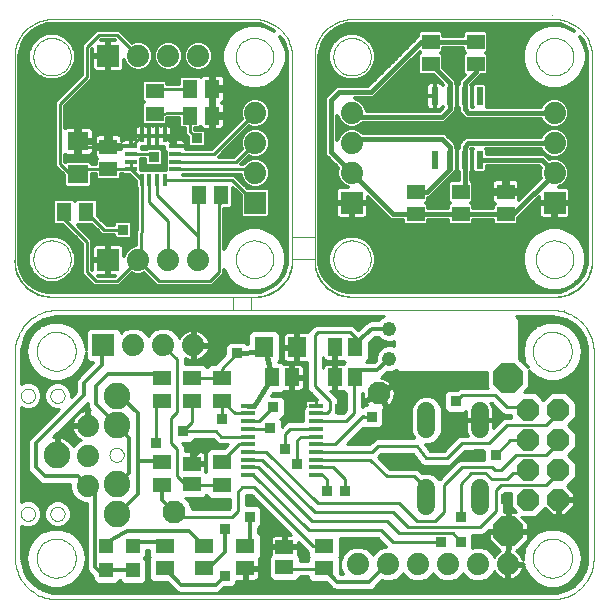
<source format=gtl>
G75*
G70*
%OFA0B0*%
%FSLAX24Y24*%
%IPPOS*%
%LPD*%
%AMOC8*
5,1,8,0,0,1.08239X$1,22.5*
%
%ADD10C,0.0000*%
%ADD11C,0.0000*%
%ADD12C,0.0886*%
%ADD13OC8,0.0740*%
%ADD14R,0.0472X0.0472*%
%ADD15R,0.0630X0.0512*%
%ADD16R,0.0512X0.0591*%
%ADD17R,0.0630X0.0709*%
%ADD18C,0.0768*%
%ADD19R,0.0472X0.0118*%
%ADD20C,0.0480*%
%ADD21R,0.0740X0.0740*%
%ADD22C,0.0740*%
%ADD23R,0.0591X0.0512*%
%ADD24C,0.0591*%
%ADD25OC8,0.1000*%
%ADD26C,0.0100*%
%ADD27R,0.0356X0.0356*%
%ADD28C,0.0120*%
%ADD29C,0.0160*%
%ADD30C,0.0000*%
%ADD31R,0.0157X0.0394*%
%ADD32R,0.0394X0.0157*%
%ADD33R,0.0591X0.0512*%
%ADD34R,0.0709X0.0630*%
%ADD35R,0.0512X0.0591*%
%ADD36R,0.0512X0.0630*%
%ADD37R,0.0740X0.0740*%
%ADD38C,0.0740*%
%ADD39R,0.0356X0.0356*%
%ADD40C,0.0100*%
%ADD41C,0.0120*%
%ADD42C,0.0000*%
%ADD43R,0.0740X0.0740*%
%ADD44C,0.0740*%
%ADD45R,0.0236X0.0610*%
%ADD46R,0.0591X0.0512*%
%ADD47C,0.0120*%
%ADD48R,0.0356X0.0356*%
%ADD49C,0.0160*%
D10*
X001489Y001583D02*
X001492Y001583D01*
X018027Y001583D01*
X018030Y001583D01*
X018027Y001583D02*
X018099Y001585D01*
X018171Y001591D01*
X018243Y001600D01*
X018314Y001613D01*
X018384Y001630D01*
X018453Y001650D01*
X018521Y001675D01*
X018587Y001702D01*
X018653Y001733D01*
X018716Y001768D01*
X018778Y001805D01*
X018837Y001846D01*
X018894Y001890D01*
X018949Y001937D01*
X019001Y001987D01*
X019051Y002039D01*
X019098Y002094D01*
X019142Y002151D01*
X019183Y002210D01*
X019220Y002272D01*
X019255Y002335D01*
X019286Y002401D01*
X019313Y002467D01*
X019338Y002535D01*
X019358Y002604D01*
X019375Y002674D01*
X019388Y002745D01*
X019397Y002817D01*
X019403Y002889D01*
X019405Y002961D01*
X019405Y009851D01*
X019403Y009923D01*
X019397Y009995D01*
X019388Y010067D01*
X019375Y010138D01*
X019358Y010208D01*
X019338Y010277D01*
X019313Y010345D01*
X019286Y010411D01*
X019255Y010477D01*
X019220Y010540D01*
X019183Y010602D01*
X019142Y010661D01*
X019098Y010718D01*
X019051Y010773D01*
X019001Y010825D01*
X018949Y010875D01*
X018894Y010922D01*
X018837Y010966D01*
X018778Y011007D01*
X018716Y011044D01*
X018653Y011079D01*
X018587Y011110D01*
X018521Y011137D01*
X018453Y011162D01*
X018384Y011182D01*
X018314Y011199D01*
X018243Y011212D01*
X018171Y011221D01*
X018099Y011227D01*
X018027Y011229D01*
X007988Y011229D01*
X007988Y011672D01*
X008100Y011672D01*
X007397Y011672D02*
X007397Y011229D01*
X001492Y011229D01*
X001489Y011229D01*
X001350Y011672D02*
X007397Y011672D01*
X008100Y011672D02*
X008166Y011670D01*
X008232Y011672D01*
X008298Y011678D01*
X008364Y011687D01*
X008429Y011700D01*
X008494Y011717D01*
X008557Y011737D01*
X008619Y011761D01*
X008679Y011788D01*
X008738Y011819D01*
X008796Y011853D01*
X008851Y011890D01*
X008904Y011930D01*
X008954Y011973D01*
X009003Y012018D01*
X009048Y012067D01*
X009091Y012117D01*
X009131Y012170D01*
X009168Y012225D01*
X009202Y012283D01*
X009233Y012342D01*
X009260Y012402D01*
X009284Y012464D01*
X009304Y012527D01*
X009321Y012592D01*
X009334Y012657D01*
X009343Y012723D01*
X009349Y012789D01*
X009351Y012855D01*
X009349Y012921D01*
X009350Y012922D02*
X010100Y012922D01*
X010100Y013672D02*
X010100Y019672D01*
X009350Y019672D02*
X009350Y013672D01*
X010100Y013672D01*
X010100Y012922D02*
X010102Y012854D01*
X010107Y012787D01*
X010116Y012720D01*
X010129Y012653D01*
X010146Y012588D01*
X010165Y012523D01*
X010189Y012459D01*
X010216Y012397D01*
X010246Y012336D01*
X010279Y012278D01*
X010315Y012221D01*
X010355Y012166D01*
X010397Y012113D01*
X010443Y012062D01*
X010490Y012015D01*
X010541Y011969D01*
X010594Y011927D01*
X010649Y011887D01*
X010706Y011851D01*
X010764Y011818D01*
X010825Y011788D01*
X010887Y011761D01*
X010951Y011737D01*
X011016Y011718D01*
X011081Y011701D01*
X011148Y011688D01*
X011215Y011679D01*
X011282Y011674D01*
X011350Y011672D01*
X018100Y011672D01*
X018421Y011229D02*
X018424Y011229D01*
X018100Y011672D02*
X018166Y011670D01*
X018232Y011672D01*
X018298Y011678D01*
X018364Y011687D01*
X018429Y011700D01*
X018494Y011717D01*
X018557Y011737D01*
X018619Y011761D01*
X018679Y011788D01*
X018738Y011819D01*
X018796Y011853D01*
X018851Y011890D01*
X018904Y011930D01*
X018954Y011973D01*
X019003Y012018D01*
X019048Y012067D01*
X019091Y012117D01*
X019131Y012170D01*
X019168Y012225D01*
X019202Y012283D01*
X019233Y012342D01*
X019260Y012402D01*
X019284Y012464D01*
X019304Y012527D01*
X019321Y012592D01*
X019334Y012657D01*
X019343Y012723D01*
X019349Y012789D01*
X019351Y012855D01*
X019349Y012921D01*
X019350Y012922D02*
X019350Y019672D01*
X019348Y019740D01*
X019343Y019807D01*
X019334Y019874D01*
X019321Y019941D01*
X019304Y020006D01*
X019285Y020071D01*
X019261Y020135D01*
X019234Y020197D01*
X019204Y020258D01*
X019171Y020316D01*
X019135Y020373D01*
X019095Y020428D01*
X019053Y020481D01*
X019007Y020532D01*
X018960Y020579D01*
X018909Y020625D01*
X018856Y020667D01*
X018801Y020707D01*
X018744Y020743D01*
X018686Y020776D01*
X018625Y020806D01*
X018563Y020833D01*
X018499Y020857D01*
X018434Y020876D01*
X018369Y020893D01*
X018302Y020906D01*
X018235Y020915D01*
X018168Y020920D01*
X018100Y020922D01*
X018137Y020922D02*
X011350Y020922D01*
X011282Y020920D01*
X011215Y020915D01*
X011148Y020906D01*
X011081Y020893D01*
X011016Y020876D01*
X010951Y020857D01*
X010887Y020833D01*
X010825Y020806D01*
X010764Y020776D01*
X010706Y020743D01*
X010649Y020707D01*
X010594Y020667D01*
X010541Y020625D01*
X010490Y020579D01*
X010443Y020532D01*
X010397Y020481D01*
X010355Y020428D01*
X010315Y020373D01*
X010279Y020316D01*
X010246Y020258D01*
X010216Y020197D01*
X010189Y020135D01*
X010165Y020071D01*
X010146Y020006D01*
X010129Y019941D01*
X010116Y019874D01*
X010107Y019807D01*
X010102Y019740D01*
X010100Y019672D01*
X009350Y019672D02*
X009348Y019740D01*
X009343Y019807D01*
X009334Y019874D01*
X009321Y019941D01*
X009304Y020006D01*
X009285Y020071D01*
X009261Y020135D01*
X009234Y020197D01*
X009204Y020258D01*
X009171Y020316D01*
X009135Y020373D01*
X009095Y020428D01*
X009053Y020481D01*
X009007Y020532D01*
X008960Y020579D01*
X008909Y020625D01*
X008856Y020667D01*
X008801Y020707D01*
X008744Y020743D01*
X008686Y020776D01*
X008625Y020806D01*
X008563Y020833D01*
X008499Y020857D01*
X008434Y020876D01*
X008369Y020893D01*
X008302Y020906D01*
X008235Y020915D01*
X008168Y020920D01*
X008100Y020922D01*
X001350Y020922D01*
X001282Y020920D01*
X001215Y020915D01*
X001148Y020906D01*
X001081Y020893D01*
X001016Y020876D01*
X000951Y020857D01*
X000887Y020833D01*
X000825Y020806D01*
X000764Y020776D01*
X000706Y020743D01*
X000649Y020707D01*
X000594Y020667D01*
X000541Y020625D01*
X000490Y020579D01*
X000443Y020532D01*
X000397Y020481D01*
X000355Y020428D01*
X000315Y020373D01*
X000279Y020316D01*
X000246Y020258D01*
X000216Y020197D01*
X000189Y020135D01*
X000165Y020071D01*
X000146Y020006D01*
X000129Y019941D01*
X000116Y019874D01*
X000107Y019807D01*
X000102Y019740D01*
X000100Y019672D01*
X000100Y012922D01*
X000102Y012854D01*
X000107Y012787D01*
X000116Y012720D01*
X000129Y012653D01*
X000146Y012588D01*
X000165Y012523D01*
X000189Y012459D01*
X000216Y012397D01*
X000246Y012336D01*
X000279Y012278D01*
X000315Y012221D01*
X000355Y012166D01*
X000397Y012113D01*
X000443Y012062D01*
X000490Y012015D01*
X000541Y011969D01*
X000594Y011927D01*
X000649Y011887D01*
X000706Y011851D01*
X000764Y011818D01*
X000825Y011788D01*
X000887Y011761D01*
X000951Y011737D01*
X001016Y011718D01*
X001081Y011701D01*
X001148Y011688D01*
X001215Y011679D01*
X001282Y011674D01*
X001350Y011672D01*
X001492Y011229D02*
X001420Y011227D01*
X001348Y011221D01*
X001276Y011212D01*
X001205Y011199D01*
X001135Y011182D01*
X001066Y011162D01*
X000998Y011137D01*
X000932Y011110D01*
X000866Y011079D01*
X000803Y011044D01*
X000741Y011007D01*
X000682Y010966D01*
X000625Y010922D01*
X000570Y010875D01*
X000518Y010825D01*
X000468Y010773D01*
X000421Y010718D01*
X000377Y010661D01*
X000336Y010602D01*
X000299Y010540D01*
X000264Y010477D01*
X000233Y010411D01*
X000206Y010345D01*
X000181Y010277D01*
X000161Y010208D01*
X000144Y010138D01*
X000131Y010067D01*
X000122Y009995D01*
X000116Y009923D01*
X000114Y009851D01*
X000114Y009854D01*
X000114Y009851D02*
X000114Y003001D01*
X000114Y002958D01*
X000113Y003001D02*
X000114Y002928D01*
X000119Y002854D01*
X000127Y002782D01*
X000140Y002710D01*
X000156Y002638D01*
X000175Y002568D01*
X000199Y002498D01*
X000226Y002430D01*
X000257Y002364D01*
X000291Y002299D01*
X000328Y002236D01*
X000369Y002175D01*
X000412Y002117D01*
X000459Y002060D01*
X000509Y002006D01*
X000561Y001955D01*
X000616Y001907D01*
X000673Y001862D01*
X000733Y001819D01*
X000795Y001780D01*
X000859Y001744D01*
X000924Y001712D01*
X000992Y001683D01*
X001060Y001658D01*
X001130Y001636D01*
X001201Y001618D01*
X001273Y001603D01*
X001345Y001593D01*
X001418Y001586D01*
X001491Y001583D01*
X018027Y021072D02*
X018030Y021072D01*
D11*
X1489Y1583D02*
X1492Y1583D01*
X18027Y1583D01*
X18030Y1583D01*
X17380Y2958D02*
X17382Y3008D01*
X17388Y3058D01*
X17398Y3108D01*
X17411Y3156D01*
X17428Y3204D01*
X17449Y3250D01*
X17473Y3294D01*
X17501Y3336D01*
X17532Y3376D01*
X17566Y3413D01*
X17603Y3448D01*
X17642Y3479D01*
X17683Y3508D01*
X17727Y3533D01*
X17773Y3555D01*
X17820Y3573D01*
X17868Y3587D01*
X17917Y3598D01*
X17967Y3605D01*
X18017Y3608D01*
X18068Y3607D01*
X18118Y3602D01*
X18168Y3593D01*
X18216Y3581D01*
X18264Y3564D01*
X18310Y3544D01*
X18355Y3521D01*
X18398Y3494D01*
X18438Y3464D01*
X18476Y3431D01*
X18511Y3395D01*
X18544Y3356D01*
X18573Y3315D01*
X18599Y3272D01*
X18622Y3227D01*
X18641Y3180D01*
X18656Y3132D01*
X18668Y3083D01*
X18676Y3033D01*
X18680Y2983D01*
X18680Y2933D01*
X18676Y2883D01*
X18668Y2833D01*
X18656Y2784D01*
X18641Y2736D01*
X18622Y2689D01*
X18599Y2644D01*
X18573Y2601D01*
X18544Y2560D01*
X18511Y2521D01*
X18476Y2485D01*
X18438Y2452D01*
X18398Y2422D01*
X18355Y2395D01*
X18310Y2372D01*
X18264Y2352D01*
X18216Y2335D01*
X18168Y2323D01*
X18118Y2314D01*
X18068Y2309D01*
X18017Y2308D01*
X17967Y2311D01*
X17917Y2318D01*
X17868Y2329D01*
X17820Y2343D01*
X17773Y2361D01*
X17727Y2383D01*
X17683Y2408D01*
X17642Y2437D01*
X17603Y2468D01*
X17566Y2503D01*
X17532Y2540D01*
X17501Y2580D01*
X17473Y2622D01*
X17449Y2666D01*
X17428Y2712D01*
X17411Y2760D01*
X17398Y2808D01*
X17388Y2858D01*
X17382Y2908D01*
X17380Y2958D01*
X18027Y1583D02*
X18099Y1585D01*
X18171Y1591D01*
X18243Y1600D01*
X18314Y1613D01*
X18384Y1630D01*
X18453Y1650D01*
X18521Y1675D01*
X18587Y1702D01*
X18653Y1733D01*
X18716Y1768D01*
X18778Y1805D01*
X18837Y1846D01*
X18894Y1890D01*
X18949Y1937D01*
X19001Y1987D01*
X19051Y2039D01*
X19098Y2094D01*
X19142Y2151D01*
X19183Y2210D01*
X19220Y2272D01*
X19255Y2335D01*
X19286Y2401D01*
X19313Y2467D01*
X19338Y2535D01*
X19358Y2604D01*
X19375Y2674D01*
X19388Y2745D01*
X19397Y2817D01*
X19403Y2889D01*
X19405Y2961D01*
X19405Y9851D01*
X17377Y9851D02*
X17379Y9901D01*
X17385Y9951D01*
X17395Y10001D01*
X17408Y10049D01*
X17425Y10097D01*
X17446Y10143D01*
X17470Y10187D01*
X17498Y10229D01*
X17529Y10269D01*
X17563Y10306D01*
X17600Y10341D01*
X17639Y10372D01*
X17680Y10401D01*
X17724Y10426D01*
X17770Y10448D01*
X17817Y10466D01*
X17865Y10480D01*
X17914Y10491D01*
X17964Y10498D01*
X18014Y10501D01*
X18065Y10500D01*
X18115Y10495D01*
X18165Y10486D01*
X18213Y10474D01*
X18261Y10457D01*
X18307Y10437D01*
X18352Y10414D01*
X18395Y10387D01*
X18435Y10357D01*
X18473Y10324D01*
X18508Y10288D01*
X18541Y10249D01*
X18570Y10208D01*
X18596Y10165D01*
X18619Y10120D01*
X18638Y10073D01*
X18653Y10025D01*
X18665Y9976D01*
X18673Y9926D01*
X18677Y9876D01*
X18677Y9826D01*
X18673Y9776D01*
X18665Y9726D01*
X18653Y9677D01*
X18638Y9629D01*
X18619Y9582D01*
X18596Y9537D01*
X18570Y9494D01*
X18541Y9453D01*
X18508Y9414D01*
X18473Y9378D01*
X18435Y9345D01*
X18395Y9315D01*
X18352Y9288D01*
X18307Y9265D01*
X18261Y9245D01*
X18213Y9228D01*
X18165Y9216D01*
X18115Y9207D01*
X18065Y9202D01*
X18014Y9201D01*
X17964Y9204D01*
X17914Y9211D01*
X17865Y9222D01*
X17817Y9236D01*
X17770Y9254D01*
X17724Y9276D01*
X17680Y9301D01*
X17639Y9330D01*
X17600Y9361D01*
X17563Y9396D01*
X17529Y9433D01*
X17498Y9473D01*
X17470Y9515D01*
X17446Y9559D01*
X17425Y9605D01*
X17408Y9653D01*
X17395Y9701D01*
X17385Y9751D01*
X17379Y9801D01*
X17377Y9851D01*
X18027Y11229D02*
X18099Y11227D01*
X18171Y11221D01*
X18243Y11212D01*
X18314Y11199D01*
X18384Y11182D01*
X18453Y11162D01*
X18521Y11137D01*
X18587Y11110D01*
X18653Y11079D01*
X18716Y11044D01*
X18778Y11007D01*
X18837Y10966D01*
X18894Y10922D01*
X18949Y10875D01*
X19001Y10825D01*
X19051Y10773D01*
X19098Y10718D01*
X19142Y10661D01*
X19183Y10602D01*
X19220Y10540D01*
X19255Y10477D01*
X19286Y10411D01*
X19313Y10345D01*
X19338Y10277D01*
X19358Y10208D01*
X19375Y10138D01*
X19388Y10067D01*
X19397Y9995D01*
X19403Y9923D01*
X19405Y9851D01*
X18027Y11229D02*
X1492Y11229D01*
X839Y9854D02*
X841Y9904D01*
X847Y9954D01*
X857Y10004D01*
X870Y10052D01*
X887Y10100D01*
X908Y10146D01*
X932Y10190D01*
X960Y10232D01*
X991Y10272D01*
X1025Y10309D01*
X1062Y10344D01*
X1101Y10375D01*
X1142Y10404D01*
X1186Y10429D01*
X1232Y10451D01*
X1279Y10469D01*
X1327Y10483D01*
X1376Y10494D01*
X1426Y10501D01*
X1476Y10504D01*
X1527Y10503D01*
X1577Y10498D01*
X1627Y10489D01*
X1675Y10477D01*
X1723Y10460D01*
X1769Y10440D01*
X1814Y10417D01*
X1857Y10390D01*
X1897Y10360D01*
X1935Y10327D01*
X1970Y10291D01*
X2003Y10252D01*
X2032Y10211D01*
X2058Y10168D01*
X2081Y10123D01*
X2100Y10076D01*
X2115Y10028D01*
X2127Y9979D01*
X2135Y9929D01*
X2139Y9879D01*
X2139Y9829D01*
X2135Y9779D01*
X2127Y9729D01*
X2115Y9680D01*
X2100Y9632D01*
X2081Y9585D01*
X2058Y9540D01*
X2032Y9497D01*
X2003Y9456D01*
X1970Y9417D01*
X1935Y9381D01*
X1897Y9348D01*
X1857Y9318D01*
X1814Y9291D01*
X1769Y9268D01*
X1723Y9248D01*
X1675Y9231D01*
X1627Y9219D01*
X1577Y9210D01*
X1527Y9205D01*
X1476Y9204D01*
X1426Y9207D01*
X1376Y9214D01*
X1327Y9225D01*
X1279Y9239D01*
X1232Y9257D01*
X1186Y9279D01*
X1142Y9304D01*
X1101Y9333D01*
X1062Y9364D01*
X1025Y9399D01*
X991Y9436D01*
X960Y9476D01*
X932Y9518D01*
X908Y9562D01*
X887Y9608D01*
X870Y9656D01*
X857Y9704D01*
X847Y9754D01*
X841Y9804D01*
X839Y9854D01*
X114Y9851D02*
X116Y9923D01*
X122Y9995D01*
X131Y10067D01*
X144Y10138D01*
X161Y10208D01*
X181Y10277D01*
X206Y10345D01*
X233Y10411D01*
X264Y10477D01*
X299Y10540D01*
X336Y10602D01*
X377Y10661D01*
X421Y10718D01*
X468Y10773D01*
X518Y10825D01*
X570Y10875D01*
X625Y10922D01*
X682Y10966D01*
X741Y11007D01*
X803Y11044D01*
X866Y11079D01*
X932Y11110D01*
X998Y11137D01*
X1066Y11162D01*
X1135Y11182D01*
X1205Y11199D01*
X1276Y11212D01*
X1348Y11221D01*
X1420Y11227D01*
X1492Y11229D01*
X114Y9854D02*
X114Y9851D01*
X114Y3001D01*
X114Y2958D01*
X839Y2958D02*
X841Y3008D01*
X847Y3058D01*
X857Y3108D01*
X870Y3156D01*
X887Y3204D01*
X908Y3250D01*
X932Y3294D01*
X960Y3336D01*
X991Y3376D01*
X1025Y3413D01*
X1062Y3448D01*
X1101Y3479D01*
X1142Y3508D01*
X1186Y3533D01*
X1232Y3555D01*
X1279Y3573D01*
X1327Y3587D01*
X1376Y3598D01*
X1426Y3605D01*
X1476Y3608D01*
X1527Y3607D01*
X1577Y3602D01*
X1627Y3593D01*
X1675Y3581D01*
X1723Y3564D01*
X1769Y3544D01*
X1814Y3521D01*
X1857Y3494D01*
X1897Y3464D01*
X1935Y3431D01*
X1970Y3395D01*
X2003Y3356D01*
X2032Y3315D01*
X2058Y3272D01*
X2081Y3227D01*
X2100Y3180D01*
X2115Y3132D01*
X2127Y3083D01*
X2135Y3033D01*
X2139Y2983D01*
X2139Y2933D01*
X2135Y2883D01*
X2127Y2833D01*
X2115Y2784D01*
X2100Y2736D01*
X2081Y2689D01*
X2058Y2644D01*
X2032Y2601D01*
X2003Y2560D01*
X1970Y2521D01*
X1935Y2485D01*
X1897Y2452D01*
X1857Y2422D01*
X1814Y2395D01*
X1769Y2372D01*
X1723Y2352D01*
X1675Y2335D01*
X1627Y2323D01*
X1577Y2314D01*
X1527Y2309D01*
X1476Y2308D01*
X1426Y2311D01*
X1376Y2318D01*
X1327Y2329D01*
X1279Y2343D01*
X1232Y2361D01*
X1186Y2383D01*
X1142Y2408D01*
X1101Y2437D01*
X1062Y2468D01*
X1025Y2503D01*
X991Y2540D01*
X960Y2580D01*
X932Y2622D01*
X908Y2666D01*
X887Y2712D01*
X870Y2760D01*
X857Y2808D01*
X847Y2858D01*
X841Y2908D01*
X839Y2958D01*
X113Y3001D02*
X114Y2928D01*
X119Y2854D01*
X127Y2782D01*
X140Y2710D01*
X156Y2638D01*
X175Y2568D01*
X199Y2498D01*
X226Y2430D01*
X257Y2364D01*
X291Y2299D01*
X328Y2236D01*
X369Y2175D01*
X412Y2117D01*
X459Y2060D01*
X509Y2006D01*
X561Y1955D01*
X616Y1907D01*
X673Y1862D01*
X733Y1819D01*
X795Y1780D01*
X859Y1744D01*
X924Y1712D01*
X992Y1683D01*
X1060Y1658D01*
X1130Y1636D01*
X1201Y1618D01*
X1273Y1603D01*
X1345Y1593D01*
X1418Y1586D01*
X1491Y1583D01*
X1295Y4434D02*
X1297Y4464D01*
X1303Y4494D01*
X1312Y4523D01*
X1325Y4550D01*
X1342Y4575D01*
X1361Y4598D01*
X1384Y4619D01*
X1409Y4636D01*
X1435Y4650D01*
X1464Y4660D01*
X1493Y4667D01*
X1523Y4670D01*
X1554Y4669D01*
X1584Y4664D01*
X1613Y4655D01*
X1640Y4643D01*
X1666Y4628D01*
X1690Y4609D01*
X1711Y4587D01*
X1729Y4563D01*
X1744Y4536D01*
X1755Y4508D01*
X1763Y4479D01*
X1767Y4449D01*
X1767Y4419D01*
X1763Y4389D01*
X1755Y4360D01*
X1744Y4332D01*
X1729Y4305D01*
X1711Y4281D01*
X1690Y4259D01*
X1666Y4240D01*
X1640Y4225D01*
X1613Y4213D01*
X1584Y4204D01*
X1554Y4199D01*
X1523Y4198D01*
X1493Y4201D01*
X1464Y4208D01*
X1435Y4218D01*
X1409Y4232D01*
X1384Y4249D01*
X1361Y4270D01*
X1342Y4293D01*
X1325Y4318D01*
X1312Y4345D01*
X1303Y4374D01*
X1297Y4404D01*
X1295Y4434D01*
X311Y4434D02*
X313Y4464D01*
X319Y4494D01*
X328Y4523D01*
X341Y4550D01*
X358Y4575D01*
X377Y4598D01*
X400Y4619D01*
X425Y4636D01*
X451Y4650D01*
X480Y4660D01*
X509Y4667D01*
X539Y4670D01*
X570Y4669D01*
X600Y4664D01*
X629Y4655D01*
X656Y4643D01*
X682Y4628D01*
X706Y4609D01*
X727Y4587D01*
X745Y4563D01*
X760Y4536D01*
X771Y4508D01*
X779Y4479D01*
X783Y4449D01*
X783Y4419D01*
X779Y4389D01*
X771Y4360D01*
X760Y4332D01*
X745Y4305D01*
X727Y4281D01*
X706Y4259D01*
X682Y4240D01*
X656Y4225D01*
X629Y4213D01*
X600Y4204D01*
X570Y4199D01*
X539Y4198D01*
X509Y4201D01*
X480Y4208D01*
X451Y4218D01*
X425Y4232D01*
X400Y4249D01*
X377Y4270D01*
X358Y4293D01*
X341Y4318D01*
X328Y4345D01*
X319Y4374D01*
X313Y4404D01*
X311Y4434D01*
X3264Y6402D02*
X3266Y6432D01*
X3272Y6462D01*
X3281Y6491D01*
X3294Y6518D01*
X3311Y6543D01*
X3330Y6566D01*
X3353Y6587D01*
X3378Y6604D01*
X3404Y6618D01*
X3433Y6628D01*
X3462Y6635D01*
X3492Y6638D01*
X3523Y6637D01*
X3553Y6632D01*
X3582Y6623D01*
X3609Y6611D01*
X3635Y6596D01*
X3659Y6577D01*
X3680Y6555D01*
X3698Y6531D01*
X3713Y6504D01*
X3724Y6476D01*
X3732Y6447D01*
X3736Y6417D01*
X3736Y6387D01*
X3732Y6357D01*
X3724Y6328D01*
X3713Y6300D01*
X3698Y6273D01*
X3680Y6249D01*
X3659Y6227D01*
X3635Y6208D01*
X3609Y6193D01*
X3582Y6181D01*
X3553Y6172D01*
X3523Y6167D01*
X3492Y6166D01*
X3462Y6169D01*
X3433Y6176D01*
X3404Y6186D01*
X3378Y6200D01*
X3353Y6217D01*
X3330Y6238D01*
X3311Y6261D01*
X3294Y6286D01*
X3281Y6313D01*
X3272Y6342D01*
X3266Y6372D01*
X3264Y6402D01*
X1295Y8371D02*
X1297Y8401D01*
X1303Y8431D01*
X1312Y8460D01*
X1325Y8487D01*
X1342Y8512D01*
X1361Y8535D01*
X1384Y8556D01*
X1409Y8573D01*
X1435Y8587D01*
X1464Y8597D01*
X1493Y8604D01*
X1523Y8607D01*
X1554Y8606D01*
X1584Y8601D01*
X1613Y8592D01*
X1640Y8580D01*
X1666Y8565D01*
X1690Y8546D01*
X1711Y8524D01*
X1729Y8500D01*
X1744Y8473D01*
X1755Y8445D01*
X1763Y8416D01*
X1767Y8386D01*
X1767Y8356D01*
X1763Y8326D01*
X1755Y8297D01*
X1744Y8269D01*
X1729Y8242D01*
X1711Y8218D01*
X1690Y8196D01*
X1666Y8177D01*
X1640Y8162D01*
X1613Y8150D01*
X1584Y8141D01*
X1554Y8136D01*
X1523Y8135D01*
X1493Y8138D01*
X1464Y8145D01*
X1435Y8155D01*
X1409Y8169D01*
X1384Y8186D01*
X1361Y8207D01*
X1342Y8230D01*
X1325Y8255D01*
X1312Y8282D01*
X1303Y8311D01*
X1297Y8341D01*
X1295Y8371D01*
X311Y8371D02*
X313Y8401D01*
X319Y8431D01*
X328Y8460D01*
X341Y8487D01*
X358Y8512D01*
X377Y8535D01*
X400Y8556D01*
X425Y8573D01*
X451Y8587D01*
X480Y8597D01*
X509Y8604D01*
X539Y8607D01*
X570Y8606D01*
X600Y8601D01*
X629Y8592D01*
X656Y8580D01*
X682Y8565D01*
X706Y8546D01*
X727Y8524D01*
X745Y8500D01*
X760Y8473D01*
X771Y8445D01*
X779Y8416D01*
X783Y8386D01*
X783Y8356D01*
X779Y8326D01*
X771Y8297D01*
X760Y8269D01*
X745Y8242D01*
X727Y8218D01*
X706Y8196D01*
X682Y8177D01*
X656Y8162D01*
X629Y8150D01*
X600Y8141D01*
X570Y8136D01*
X539Y8135D01*
X509Y8138D01*
X480Y8145D01*
X451Y8155D01*
X425Y8169D01*
X400Y8186D01*
X377Y8207D01*
X358Y8230D01*
X341Y8255D01*
X328Y8282D01*
X319Y8311D01*
X313Y8341D01*
X311Y8371D01*
D12*
X3500Y8371D03*
X3500Y7386D03*
X1531Y6402D03*
X3500Y5418D03*
X3500Y4434D03*
D13*
X17228Y4899D03*
X18228Y4899D03*
X18228Y5899D03*
X17228Y5899D03*
X17228Y6899D03*
X18228Y6899D03*
X18228Y7899D03*
X17228Y7899D03*
D14*
X4051Y3375D03*
X3165Y3375D03*
X3165Y2548D03*
X4051Y2548D03*
D15*
X5116Y2616D03*
X5116Y3364D03*
X6403Y3370D03*
X6403Y2622D03*
X7791Y2617D03*
X7791Y3365D03*
X10412Y3364D03*
X10412Y2616D03*
X7014Y5400D03*
X7014Y6148D03*
X5014Y6157D03*
X5014Y5409D03*
X5014Y8209D03*
X6014Y8209D03*
X7014Y8209D03*
X7014Y8957D03*
X6014Y8957D03*
X5014Y8957D03*
D16*
X8679Y8983D03*
X9348Y8983D03*
X10779Y8983D03*
X11448Y8983D03*
X11448Y9983D03*
X10779Y9983D03*
D17*
X9515Y9991D03*
X8413Y9991D03*
D18*
X12233Y8449D03*
X5414Y4512D03*
D19*
X7872Y5732D03*
X7872Y5988D03*
X7872Y6243D03*
X7872Y6499D03*
X7872Y6755D03*
X7872Y7011D03*
X7872Y7267D03*
X7872Y7523D03*
X7872Y7779D03*
X7872Y8035D03*
X10155Y8035D03*
X10155Y7779D03*
X10155Y7523D03*
X10155Y7267D03*
X10155Y7011D03*
X10155Y6755D03*
X10155Y6499D03*
X10155Y6243D03*
X10155Y5988D03*
X10155Y5732D03*
D20*
X12592Y9612D03*
X12592Y10612D03*
D21*
X3058Y10062D03*
D22*
X4058Y10062D03*
X5058Y10062D03*
X6058Y10062D03*
X2534Y7373D03*
X2534Y6373D03*
X2534Y5373D03*
X11545Y2759D03*
X12545Y2759D03*
X13545Y2759D03*
X14545Y2759D03*
X15545Y2759D03*
X16545Y2759D03*
D23*
X9096Y2665D03*
X9096Y3335D03*
X6020Y5439D03*
X6020Y6108D03*
D24*
X13828Y5299D02*
X13828Y4708D01*
X15600Y4708D02*
X15600Y5299D01*
X15600Y7267D02*
X15600Y7858D01*
X13828Y7858D02*
X13828Y7267D01*
D25*
X16551Y8965D03*
X16551Y3847D03*
D26*
X1041Y1890D02*
X775Y2049D01*
X559Y2271D01*
X408Y2542D01*
X332Y2842D01*
X324Y2997D01*
X324Y2999D01*
X325Y3085D01*
X324Y3086D01*
X324Y4043D01*
X458Y3987D01*
X636Y3987D01*
X800Y4055D01*
X925Y4181D01*
X993Y4345D01*
X993Y4522D01*
X925Y4686D01*
X800Y4812D01*
X636Y4880D01*
X458Y4880D01*
X324Y4824D01*
X324Y7980D01*
X458Y7924D01*
X636Y7924D01*
X800Y7992D01*
X925Y8118D01*
X993Y8282D01*
X993Y8459D01*
X925Y8623D01*
X800Y8749D01*
X636Y8817D01*
X458Y8817D01*
X324Y8761D01*
X324Y9851D01*
X334Y10003D01*
X413Y10298D01*
X565Y10562D01*
X781Y10778D01*
X1045Y10930D01*
X1339Y11009D01*
X1492Y11019D01*
X12399Y11019D01*
X12337Y10993D01*
X12226Y10882D01*
X12006Y10882D01*
X11956Y10883D01*
X11952Y10882D01*
X11948Y10882D01*
X11902Y10863D01*
X11856Y10845D01*
X11852Y10842D01*
X893Y10842D01*
X991Y10716D02*
X726Y10494D01*
X726Y10494D01*
X726Y10494D01*
X553Y10194D01*
X493Y9854D01*
X553Y9514D01*
X553Y9514D01*
X726Y9214D01*
X991Y8992D01*
X1316Y8874D01*
X1661Y8874D01*
X1986Y8992D01*
X1986Y8992D01*
X2251Y9214D01*
X2251Y9214D01*
X2251Y9214D01*
X2424Y9514D01*
X2478Y9825D01*
X2478Y9605D01*
X2601Y9482D01*
X2731Y9482D01*
X2185Y8936D01*
X2144Y8837D01*
X2144Y8495D01*
X1977Y8329D01*
X1977Y8459D01*
X1909Y8623D01*
X1784Y8749D01*
X1620Y8817D01*
X1442Y8817D01*
X1278Y8749D01*
X1153Y8623D01*
X1085Y8459D01*
X1085Y8282D01*
X1153Y8118D01*
X1278Y7992D01*
X1442Y7924D01*
X1573Y7924D01*
X585Y6936D01*
X544Y6837D01*
X544Y5929D01*
X585Y5830D01*
X661Y5754D01*
X961Y5454D01*
X1060Y5413D01*
X1954Y5413D01*
X1954Y5258D01*
X2042Y5045D01*
X2205Y4881D01*
X2418Y4793D01*
X2501Y4793D01*
X2501Y2612D01*
X2542Y2513D01*
X2618Y2437D01*
X2618Y2437D01*
X2719Y2337D01*
X2719Y2225D01*
X2842Y2102D01*
X3488Y2102D01*
X3608Y2221D01*
X3728Y2102D01*
X4374Y2102D01*
X4497Y2225D01*
X4497Y2871D01*
X4407Y2961D01*
X4497Y3051D01*
X4497Y3213D01*
X4592Y3213D01*
X4592Y3021D01*
X4623Y2990D01*
X4592Y2959D01*
X4592Y2273D01*
X4497Y2273D01*
X4592Y2273D02*
X4715Y2150D01*
X5195Y2150D01*
X5417Y1924D01*
X5418Y1922D01*
X5455Y1885D01*
X5492Y1848D01*
X5493Y1847D01*
X5494Y1846D01*
X5542Y1826D01*
X5591Y1806D01*
X5592Y1806D01*
X5593Y1805D01*
X5646Y1805D01*
X5698Y1805D01*
X5699Y1805D01*
X6860Y1805D01*
X6960Y1846D01*
X7096Y1982D01*
X7367Y1982D01*
X7490Y2105D01*
X7490Y2211D01*
X7741Y2211D01*
X7741Y2567D01*
X7841Y2567D01*
X7841Y2211D01*
X8126Y2211D01*
X8164Y2221D01*
X8198Y2241D01*
X8226Y2269D01*
X8246Y2303D01*
X8256Y2341D01*
X8256Y2567D01*
X7841Y2567D01*
X7841Y2667D01*
X8256Y2667D01*
X8256Y2893D01*
X8246Y2931D01*
X8238Y2944D01*
X8316Y3022D01*
X8316Y3708D01*
X8211Y3813D01*
X8211Y3956D01*
X8329Y4074D01*
X8329Y4604D01*
X8206Y4727D01*
X7806Y4727D01*
X7806Y5063D01*
X7978Y5063D01*
X9301Y3741D01*
X9146Y3741D01*
X9146Y3385D01*
X9046Y3385D01*
X9046Y3285D01*
X8651Y3285D01*
X8651Y3068D01*
X8591Y3008D01*
X8591Y2323D01*
X8714Y2199D01*
X9479Y2199D01*
X9602Y2323D01*
X9602Y2346D01*
X9887Y2346D01*
X9887Y2273D01*
X10010Y2150D01*
X10490Y2150D01*
X10615Y2022D01*
X10616Y2021D01*
X10652Y1984D01*
X10689Y1947D01*
X10690Y1946D01*
X10691Y1945D01*
X10740Y1925D01*
X10788Y1904D01*
X10789Y1904D01*
X10791Y1904D01*
X10843Y1904D01*
X10895Y1903D01*
X10897Y1904D01*
X11978Y1904D01*
X12078Y1945D01*
X12154Y2021D01*
X12347Y2214D01*
X12430Y2179D01*
X12661Y2179D01*
X12874Y2268D01*
X13037Y2431D01*
X13045Y2451D01*
X13054Y2431D01*
X13217Y2268D01*
X13430Y2179D01*
X13661Y2179D01*
X13874Y2268D01*
X14037Y2431D01*
X14045Y2451D01*
X14054Y2431D01*
X14217Y2268D01*
X14430Y2179D01*
X14661Y2179D01*
X14874Y2268D01*
X15037Y2431D01*
X15045Y2451D01*
X15054Y2431D01*
X15217Y2268D01*
X15430Y2179D01*
X15661Y2179D01*
X15874Y2268D01*
X16037Y2431D01*
X16078Y2530D01*
X16101Y2487D01*
X16149Y2420D01*
X16207Y2363D01*
X16273Y2315D01*
X16346Y2277D01*
X16424Y2252D01*
X16495Y2241D01*
X16495Y2709D01*
X16595Y2709D01*
X16595Y2241D01*
X16667Y2252D01*
X16745Y2277D01*
X16818Y2315D01*
X16884Y2363D01*
X16942Y2420D01*
X16990Y2487D01*
X17027Y2560D01*
X17053Y2637D01*
X17064Y2709D01*
X16595Y2709D01*
X16595Y2809D01*
X16495Y2809D01*
X16495Y3197D01*
X16501Y3197D01*
X16501Y3797D01*
X16601Y3797D01*
X16601Y3897D01*
X17201Y3897D01*
X17201Y4116D01*
X16998Y4319D01*
X17468Y4319D01*
X17770Y4622D01*
X18013Y4379D01*
X18178Y4379D01*
X18178Y4849D01*
X18278Y4849D01*
X18278Y4379D01*
X18443Y4379D01*
X18748Y4684D01*
X18748Y4849D01*
X18278Y4849D01*
X18278Y4949D01*
X18748Y4949D01*
X18748Y5115D01*
X18506Y5357D01*
X18808Y5659D01*
X18808Y6140D01*
X18548Y6399D01*
X18808Y6659D01*
X18808Y7140D01*
X18548Y7399D01*
X18808Y7659D01*
X18808Y8140D01*
X18468Y8479D01*
X17988Y8479D01*
X17728Y8220D01*
X17468Y8479D01*
X17069Y8479D01*
X17261Y8671D01*
X17261Y9218D01*
X17265Y9211D01*
X17530Y8989D01*
X17854Y8871D01*
X18200Y8871D01*
X18525Y8989D01*
X18789Y9211D01*
X18789Y9211D01*
X18789Y9211D01*
X18962Y9511D01*
X19022Y9851D01*
X18962Y10191D01*
X18789Y10491D01*
X18525Y10713D01*
X18525Y10713D01*
X18200Y10831D01*
X17854Y10831D01*
X17530Y10713D01*
X17530Y10713D01*
X17265Y10491D01*
X17265Y10491D01*
X17265Y10491D01*
X17092Y10191D01*
X17032Y9851D01*
X17032Y9851D01*
X17092Y9511D01*
X17092Y9511D01*
X17205Y9315D01*
X16927Y9593D01*
X16927Y10917D01*
X16825Y11019D01*
X18027Y11019D01*
X18180Y11009D01*
X18474Y10930D01*
X18738Y10778D01*
X18954Y10562D01*
X19106Y10298D01*
X19185Y10003D01*
X19195Y9851D01*
X19195Y2961D01*
X19185Y2809D01*
X19106Y2514D01*
X18954Y2250D01*
X18738Y2035D01*
X18474Y1882D01*
X18180Y1803D01*
X18027Y1793D01*
X1494Y1793D01*
X1340Y1806D01*
X1041Y1890D01*
X1081Y1879D02*
X5461Y1879D01*
X5365Y1977D02*
X895Y1977D01*
X991Y2096D02*
X991Y2096D01*
X1316Y1978D01*
X1439Y1978D01*
X1661Y1978D01*
X1986Y2096D01*
X1986Y2096D01*
X2251Y2318D01*
X2251Y2318D01*
X2251Y2318D01*
X2424Y2618D01*
X2484Y2958D01*
X2424Y3298D01*
X2424Y3298D01*
X2251Y3598D01*
X1986Y3820D01*
X1661Y3938D01*
X1316Y3938D01*
X991Y3820D01*
X991Y3820D01*
X726Y3598D01*
X726Y3598D01*
X726Y3598D01*
X553Y3298D01*
X493Y2958D01*
X553Y2618D01*
X553Y2618D01*
X726Y2318D01*
X991Y2096D01*
X1047Y2076D02*
X749Y2076D01*
X653Y2174D02*
X898Y2174D01*
X781Y2273D02*
X558Y2273D01*
X503Y2371D02*
X696Y2371D01*
X726Y2318D02*
X726Y2318D01*
X639Y2470D02*
X448Y2470D01*
X401Y2568D02*
X582Y2568D01*
X545Y2667D02*
X376Y2667D01*
X351Y2765D02*
X527Y2765D01*
X510Y2864D02*
X331Y2864D01*
X326Y2962D02*
X494Y2962D01*
X493Y2958D02*
X493Y2958D01*
X512Y3061D02*
X325Y3061D01*
X324Y3159D02*
X529Y3159D01*
X546Y3258D02*
X324Y3258D01*
X324Y3356D02*
X587Y3356D01*
X553Y3298D02*
X553Y3298D01*
X644Y3455D02*
X324Y3455D01*
X324Y3553D02*
X701Y3553D01*
X791Y3652D02*
X324Y3652D01*
X324Y3750D02*
X908Y3750D01*
X1070Y3849D02*
X324Y3849D01*
X324Y3947D02*
X2501Y3947D01*
X2501Y3849D02*
X1907Y3849D01*
X1986Y3820D02*
X1986Y3820D01*
X2069Y3750D02*
X2501Y3750D01*
X2501Y3652D02*
X2186Y3652D01*
X2251Y3598D02*
X2251Y3598D01*
X2277Y3553D02*
X2501Y3553D01*
X2501Y3455D02*
X2333Y3455D01*
X2390Y3356D02*
X2501Y3356D01*
X2501Y3258D02*
X2431Y3258D01*
X2448Y3159D02*
X2501Y3159D01*
X2501Y3061D02*
X2466Y3061D01*
X2483Y2962D02*
X2501Y2962D01*
X2484Y2958D02*
X2484Y2958D01*
X2467Y2864D02*
X2501Y2864D01*
X2501Y2765D02*
X2450Y2765D01*
X2432Y2667D02*
X2501Y2667D01*
X2424Y2618D02*
X2424Y2618D01*
X2395Y2568D02*
X2519Y2568D01*
X2586Y2470D02*
X2338Y2470D01*
X2281Y2371D02*
X2684Y2371D01*
X2719Y2273D02*
X2196Y2273D01*
X2079Y2174D02*
X2769Y2174D01*
X3561Y2174D02*
X3655Y2174D01*
X4447Y2174D02*
X4690Y2174D01*
X4592Y2371D02*
X4497Y2371D01*
X4497Y2470D02*
X4592Y2470D01*
X4592Y2568D02*
X4497Y2568D01*
X4497Y2667D02*
X4592Y2667D01*
X4592Y2765D02*
X4497Y2765D01*
X4497Y2864D02*
X4592Y2864D01*
X4595Y2962D02*
X4408Y2962D01*
X4497Y3061D02*
X4592Y3061D01*
X4592Y3159D02*
X4497Y3159D01*
X5116Y2616D02*
X5297Y2586D01*
X5268Y2076D02*
X1930Y2076D01*
X1620Y3987D02*
X1784Y4055D01*
X1909Y4181D01*
X1977Y4345D01*
X1977Y4522D01*
X1909Y4686D01*
X1784Y4812D01*
X1620Y4880D01*
X1442Y4880D01*
X1278Y4812D01*
X1153Y4686D01*
X1085Y4522D01*
X1085Y4345D01*
X1153Y4181D01*
X1278Y4055D01*
X1442Y3987D01*
X1620Y3987D01*
X1761Y4046D02*
X2501Y4046D01*
X2501Y4144D02*
X1873Y4144D01*
X1935Y4243D02*
X2501Y4243D01*
X2501Y4341D02*
X1976Y4341D01*
X1977Y4440D02*
X2501Y4440D01*
X2501Y4538D02*
X1971Y4538D01*
X1930Y4637D02*
X2501Y4637D01*
X2501Y4735D02*
X1860Y4735D01*
X1731Y4834D02*
X2321Y4834D01*
X2154Y4932D02*
X324Y4932D01*
X324Y4834D02*
X347Y4834D01*
X747Y4834D02*
X1331Y4834D01*
X1202Y4735D02*
X876Y4735D01*
X946Y4637D02*
X1132Y4637D01*
X1091Y4538D02*
X986Y4538D01*
X993Y4440D02*
X1085Y4440D01*
X1086Y4341D02*
X992Y4341D01*
X951Y4243D02*
X1127Y4243D01*
X1189Y4144D02*
X888Y4144D01*
X776Y4046D02*
X1301Y4046D01*
X2056Y5031D02*
X324Y5031D01*
X324Y5129D02*
X2007Y5129D01*
X1966Y5228D02*
X324Y5228D01*
X324Y5326D02*
X1954Y5326D01*
X1032Y5425D02*
X324Y5425D01*
X324Y5523D02*
X892Y5523D01*
X793Y5622D02*
X324Y5622D01*
X324Y5720D02*
X695Y5720D01*
X596Y5819D02*
X324Y5819D01*
X324Y5917D02*
X549Y5917D01*
X544Y6016D02*
X324Y6016D01*
X324Y6114D02*
X544Y6114D01*
X544Y6213D02*
X324Y6213D01*
X324Y6311D02*
X544Y6311D01*
X544Y6410D02*
X324Y6410D01*
X324Y6508D02*
X544Y6508D01*
X544Y6607D02*
X324Y6607D01*
X324Y6705D02*
X544Y6705D01*
X544Y6804D02*
X324Y6804D01*
X324Y6902D02*
X571Y6902D01*
X649Y7001D02*
X324Y7001D01*
X324Y7099D02*
X748Y7099D01*
X846Y7198D02*
X324Y7198D01*
X324Y7296D02*
X945Y7296D01*
X1043Y7395D02*
X324Y7395D01*
X324Y7493D02*
X1142Y7493D01*
X1240Y7592D02*
X324Y7592D01*
X324Y7690D02*
X1339Y7690D01*
X1437Y7789D02*
X324Y7789D01*
X324Y7887D02*
X1536Y7887D01*
X1294Y7986D02*
X784Y7986D01*
X891Y8084D02*
X1186Y8084D01*
X1126Y8183D02*
X952Y8183D01*
X993Y8281D02*
X1085Y8281D01*
X1085Y8380D02*
X993Y8380D01*
X985Y8478D02*
X1093Y8478D01*
X1133Y8577D02*
X944Y8577D01*
X873Y8675D02*
X1205Y8675D01*
X1338Y8774D02*
X740Y8774D01*
X354Y8774D02*
X324Y8774D01*
X324Y8872D02*
X2158Y8872D01*
X2144Y8774D02*
X1724Y8774D01*
X1857Y8675D02*
X2144Y8675D01*
X2144Y8577D02*
X1929Y8577D01*
X1969Y8478D02*
X2127Y8478D01*
X2028Y8380D02*
X1977Y8380D01*
X2398Y7986D02*
X2562Y7986D01*
X2544Y8029D02*
X2585Y7930D01*
X2631Y7884D01*
X2584Y7892D01*
X2584Y7423D01*
X2484Y7423D01*
X2484Y7892D01*
X2412Y7880D01*
X2334Y7855D01*
X2261Y7818D01*
X2195Y7770D01*
X2137Y7712D01*
X2089Y7646D01*
X2052Y7573D01*
X2027Y7495D01*
X2015Y7423D01*
X2484Y7423D01*
X2484Y7323D01*
X2015Y7323D01*
X2027Y7251D01*
X2052Y7174D01*
X2089Y7101D01*
X2137Y7034D01*
X2195Y6977D01*
X2261Y6928D01*
X2305Y6906D01*
X2205Y6865D01*
X2043Y6703D01*
X2038Y6713D01*
X1983Y6788D01*
X1917Y6854D01*
X1842Y6909D01*
X1759Y6952D01*
X1670Y6980D01*
X1581Y6994D01*
X1581Y6452D01*
X1481Y6452D01*
X1481Y6994D01*
X1393Y6981D01*
X2544Y8131D01*
X2544Y8029D01*
X2544Y8084D02*
X2497Y8084D01*
X2484Y7887D02*
X2584Y7887D01*
X2612Y7887D02*
X2628Y7887D01*
X2584Y7789D02*
X2484Y7789D01*
X2484Y7690D02*
X2584Y7690D01*
X2584Y7592D02*
X2484Y7592D01*
X2484Y7493D02*
X2584Y7493D01*
X2484Y7395D02*
X1807Y7395D01*
X1906Y7493D02*
X2026Y7493D01*
X2004Y7592D02*
X2061Y7592D01*
X2103Y7690D02*
X2121Y7690D01*
X2201Y7789D02*
X2221Y7789D01*
X2300Y7887D02*
X2455Y7887D01*
X2019Y7296D02*
X1709Y7296D01*
X1610Y7198D02*
X2044Y7198D01*
X2090Y7099D02*
X1512Y7099D01*
X1413Y7001D02*
X2171Y7001D01*
X2295Y6902D02*
X1851Y6902D01*
X1968Y6804D02*
X2144Y6804D01*
X2046Y6705D02*
X2042Y6705D01*
X1581Y6705D02*
X1481Y6705D01*
X1481Y6607D02*
X1581Y6607D01*
X1581Y6508D02*
X1481Y6508D01*
X1481Y6804D02*
X1581Y6804D01*
X1581Y6902D02*
X1481Y6902D01*
X4814Y6783D02*
X4814Y7983D01*
X5114Y8283D01*
X5114Y8209D01*
X5014Y8209D01*
X5514Y7833D02*
X5314Y7633D01*
X5314Y6783D01*
X5514Y6583D01*
X5514Y5683D01*
X5814Y5383D01*
X5964Y5383D01*
X6020Y5439D01*
X6059Y5400D01*
X7014Y5400D01*
X7546Y5175D02*
X7694Y5323D01*
X8086Y5323D01*
X10055Y3354D01*
X10412Y3364D01*
X9887Y3155D02*
X9887Y3021D01*
X9918Y2990D01*
X9887Y2959D01*
X9887Y2866D01*
X9602Y2866D01*
X9602Y3008D01*
X9542Y3068D01*
X9542Y3285D01*
X9146Y3285D01*
X9146Y3385D01*
X9542Y3385D01*
X9542Y3500D01*
X9838Y3204D01*
X9839Y3201D01*
X9874Y3168D01*
X9887Y3155D01*
X9883Y3159D02*
X9542Y3159D01*
X9549Y3061D02*
X9887Y3061D01*
X9890Y2962D02*
X9602Y2962D01*
X9542Y3258D02*
X9784Y3258D01*
X9686Y3356D02*
X9146Y3356D01*
X9146Y3455D02*
X9046Y3455D01*
X9046Y3385D02*
X9046Y3741D01*
X8781Y3741D01*
X8743Y3730D01*
X8709Y3711D01*
X8681Y3683D01*
X8661Y3648D01*
X8651Y3610D01*
X8651Y3385D01*
X9046Y3385D01*
X9046Y3356D02*
X8316Y3356D01*
X8316Y3258D02*
X8651Y3258D01*
X8651Y3159D02*
X8316Y3159D01*
X8316Y3061D02*
X8644Y3061D01*
X8591Y2962D02*
X8256Y2962D01*
X8256Y2864D02*
X8591Y2864D01*
X8591Y2765D02*
X8256Y2765D01*
X8591Y2667D02*
X7841Y2667D01*
X7841Y2568D02*
X8591Y2568D01*
X8591Y2470D02*
X8256Y2470D01*
X8256Y2371D02*
X8591Y2371D01*
X8641Y2273D02*
X8228Y2273D01*
X7841Y2273D02*
X7741Y2273D01*
X7741Y2371D02*
X7841Y2371D01*
X7841Y2470D02*
X7741Y2470D01*
X7490Y2174D02*
X9986Y2174D01*
X9888Y2273D02*
X9552Y2273D01*
X9136Y2606D02*
X10402Y2606D01*
X10412Y2616D01*
X10937Y2568D02*
X10997Y2568D01*
X10965Y2644D02*
X11048Y2444D01*
X10958Y2444D01*
X10937Y2465D01*
X10937Y2959D01*
X10906Y2990D01*
X10937Y3021D01*
X10937Y3623D01*
X12206Y3623D01*
X12490Y3339D01*
X12430Y3339D01*
X12217Y3251D01*
X12054Y3088D01*
X12045Y3068D01*
X12037Y3088D01*
X11874Y3251D01*
X11661Y3339D01*
X11430Y3339D01*
X11217Y3251D01*
X11054Y3088D01*
X10965Y2875D01*
X10965Y2644D01*
X10965Y2667D02*
X10937Y2667D01*
X10937Y2765D02*
X10965Y2765D01*
X10965Y2864D02*
X10937Y2864D01*
X10934Y2962D02*
X11002Y2962D01*
X11042Y3061D02*
X10937Y3061D01*
X10937Y3159D02*
X11125Y3159D01*
X11233Y3258D02*
X10937Y3258D01*
X10937Y3356D02*
X12473Y3356D01*
X12375Y3455D02*
X10937Y3455D01*
X10937Y3553D02*
X12276Y3553D01*
X12233Y3258D02*
X11858Y3258D01*
X11966Y3159D02*
X12125Y3159D01*
X12714Y3483D02*
X12314Y3883D01*
X9914Y3883D01*
X8065Y5732D01*
X7872Y5732D01*
X7872Y5988D02*
X8209Y5988D01*
X10014Y4183D01*
X12514Y4183D01*
X12914Y3783D01*
X14720Y3783D01*
X14968Y3485D01*
X15357Y3455D02*
X16024Y3455D01*
X15925Y3553D02*
X15357Y3553D01*
X15357Y3652D02*
X15901Y3652D01*
X15901Y3578D02*
X16274Y3205D01*
X16273Y3204D01*
X16207Y3156D01*
X16149Y3098D01*
X16101Y3032D01*
X16078Y2988D01*
X16037Y3088D01*
X15874Y3251D01*
X15661Y3339D01*
X15430Y3339D01*
X15357Y3309D01*
X15357Y3723D01*
X15669Y3723D01*
X15764Y3763D01*
X15901Y3899D01*
X15901Y3897D01*
X16501Y3897D01*
X16501Y4497D01*
X16417Y4497D01*
X16417Y5117D01*
X16421Y5122D01*
X16648Y5122D01*
X16648Y4659D01*
X16810Y4497D01*
X16601Y4497D01*
X16601Y3897D01*
X16501Y3897D01*
X16501Y3797D01*
X15901Y3797D01*
X15901Y3578D01*
X15901Y3750D02*
X15734Y3750D01*
X15850Y3849D02*
X16501Y3849D01*
X16501Y3947D02*
X16601Y3947D01*
X16601Y3849D02*
X17612Y3849D01*
X17533Y3820D02*
X17857Y3938D01*
X18203Y3938D01*
X18528Y3820D01*
X18528Y3820D01*
X18793Y3598D01*
X18793Y3598D01*
X18965Y3298D01*
X18965Y3298D01*
X19025Y2958D01*
X19025Y2958D01*
X18965Y2618D01*
X18965Y2618D01*
X18793Y2318D01*
X18793Y2318D01*
X18793Y2318D01*
X18528Y2096D01*
X18528Y2096D01*
X18203Y1978D01*
X17857Y1978D01*
X17533Y2096D01*
X17533Y2096D01*
X17268Y2318D01*
X17268Y2318D01*
X17095Y2618D01*
X17095Y2618D01*
X17061Y2809D01*
X16595Y2809D01*
X16595Y3278D01*
X16601Y3277D01*
X16601Y3797D01*
X17201Y3797D01*
X17201Y3578D01*
X16823Y3200D01*
X16884Y3156D01*
X16942Y3098D01*
X16990Y3032D01*
X17027Y2959D01*
X17044Y2906D01*
X17035Y2958D01*
X17035Y2958D01*
X17095Y3298D01*
X17095Y3298D01*
X17268Y3598D01*
X17268Y3598D01*
X17268Y3598D01*
X17533Y3820D01*
X17533Y3820D01*
X17450Y3750D02*
X17201Y3750D01*
X17201Y3652D02*
X17332Y3652D01*
X17242Y3553D02*
X17176Y3553D01*
X17185Y3455D02*
X17078Y3455D01*
X17129Y3356D02*
X16979Y3356D01*
X16881Y3258D02*
X17088Y3258D01*
X17071Y3159D02*
X16880Y3159D01*
X16969Y3061D02*
X17053Y3061D01*
X17036Y2962D02*
X17026Y2962D01*
X17069Y2765D02*
X16595Y2765D01*
X16595Y2667D02*
X16495Y2667D01*
X16495Y2568D02*
X16595Y2568D01*
X16595Y2470D02*
X16495Y2470D01*
X16495Y2371D02*
X16595Y2371D01*
X16595Y2273D02*
X16495Y2273D01*
X16360Y2273D02*
X15879Y2273D01*
X15977Y2371D02*
X16198Y2371D01*
X16113Y2470D02*
X16053Y2470D01*
X16495Y2864D02*
X16595Y2864D01*
X16595Y2962D02*
X16495Y2962D01*
X16495Y3061D02*
X16595Y3061D01*
X16595Y3159D02*
X16495Y3159D01*
X16501Y3258D02*
X16595Y3258D01*
X16601Y3356D02*
X16501Y3356D01*
X16501Y3455D02*
X16601Y3455D01*
X16601Y3553D02*
X16501Y3553D01*
X16501Y3652D02*
X16601Y3652D01*
X16601Y3750D02*
X16501Y3750D01*
X16501Y4046D02*
X16601Y4046D01*
X16601Y4144D02*
X16501Y4144D01*
X16501Y4243D02*
X16601Y4243D01*
X16601Y4341D02*
X16501Y4341D01*
X16501Y4440D02*
X16601Y4440D01*
X16769Y4538D02*
X16417Y4538D01*
X16417Y4637D02*
X16670Y4637D01*
X16648Y4735D02*
X16417Y4735D01*
X16417Y4834D02*
X16648Y4834D01*
X16648Y4932D02*
X16417Y4932D01*
X16417Y5031D02*
X16648Y5031D01*
X16314Y5382D02*
X16157Y5225D01*
X16157Y4523D01*
X15617Y3983D01*
X15617Y3996D01*
X15617Y3983D02*
X13214Y3983D01*
X12714Y4483D01*
X10114Y4483D01*
X8353Y6243D01*
X7872Y6243D01*
X7872Y6499D02*
X8498Y6499D01*
X10214Y4783D01*
X12914Y4783D01*
X13514Y4183D01*
X14114Y4183D01*
X14414Y4483D01*
X14414Y5383D01*
X15015Y5985D01*
X16012Y5985D01*
X16114Y5883D01*
X16320Y5883D01*
X16818Y6382D01*
X17818Y6382D01*
X18228Y6791D01*
X18228Y6899D01*
X18808Y6902D02*
X19195Y6902D01*
X19195Y6804D02*
X18808Y6804D01*
X18808Y6705D02*
X19195Y6705D01*
X19195Y6607D02*
X18756Y6607D01*
X18657Y6508D02*
X19195Y6508D01*
X19195Y6410D02*
X18559Y6410D01*
X18636Y6311D02*
X19195Y6311D01*
X19195Y6213D02*
X18735Y6213D01*
X18808Y6114D02*
X19195Y6114D01*
X19195Y6016D02*
X18808Y6016D01*
X18808Y5917D02*
X19195Y5917D01*
X19195Y5819D02*
X18808Y5819D01*
X18808Y5720D02*
X19195Y5720D01*
X19195Y5622D02*
X18771Y5622D01*
X18672Y5523D02*
X19195Y5523D01*
X19195Y5425D02*
X18574Y5425D01*
X18536Y5326D02*
X19195Y5326D01*
X19195Y5228D02*
X18635Y5228D01*
X18733Y5129D02*
X19195Y5129D01*
X19195Y5031D02*
X18748Y5031D01*
X18748Y4834D02*
X19195Y4834D01*
X19195Y4932D02*
X18278Y4932D01*
X18278Y4834D02*
X18178Y4834D01*
X18178Y4735D02*
X18278Y4735D01*
X18278Y4637D02*
X18178Y4637D01*
X18178Y4538D02*
X18278Y4538D01*
X18278Y4440D02*
X18178Y4440D01*
X17952Y4440D02*
X17589Y4440D01*
X17687Y4538D02*
X17854Y4538D01*
X17490Y4341D02*
X19195Y4341D01*
X19195Y4243D02*
X17074Y4243D01*
X17173Y4144D02*
X19195Y4144D01*
X19195Y4046D02*
X17201Y4046D01*
X17201Y3947D02*
X19195Y3947D01*
X19195Y3849D02*
X18448Y3849D01*
X18611Y3750D02*
X19195Y3750D01*
X19195Y3652D02*
X18728Y3652D01*
X18818Y3553D02*
X19195Y3553D01*
X19195Y3455D02*
X18875Y3455D01*
X18932Y3356D02*
X19195Y3356D01*
X19195Y3258D02*
X18973Y3258D01*
X18990Y3159D02*
X19195Y3159D01*
X19195Y3061D02*
X19007Y3061D01*
X19025Y2962D02*
X19195Y2962D01*
X19189Y2864D02*
X19009Y2864D01*
X18991Y2765D02*
X19173Y2765D01*
X19147Y2667D02*
X18974Y2667D01*
X18937Y2568D02*
X19121Y2568D01*
X19080Y2470D02*
X18880Y2470D01*
X18823Y2371D02*
X19024Y2371D01*
X18967Y2273D02*
X18738Y2273D01*
X18621Y2174D02*
X18878Y2174D01*
X18779Y2076D02*
X18471Y2076D01*
X18639Y1977D02*
X12110Y1977D01*
X12209Y2076D02*
X17589Y2076D01*
X17440Y2174D02*
X12307Y2174D01*
X12879Y2273D02*
X13212Y2273D01*
X13113Y2371D02*
X12977Y2371D01*
X13879Y2273D02*
X14212Y2273D01*
X14113Y2371D02*
X13977Y2371D01*
X14879Y2273D02*
X15212Y2273D01*
X15113Y2371D02*
X14977Y2371D01*
X16048Y3061D02*
X16122Y3061D01*
X16211Y3159D02*
X15966Y3159D01*
X15858Y3258D02*
X16221Y3258D01*
X16122Y3356D02*
X15357Y3356D01*
X14320Y3483D02*
X12714Y3483D01*
X11037Y2470D02*
X10937Y2470D01*
X10563Y2076D02*
X7460Y2076D01*
X7090Y1977D02*
X10659Y1977D01*
X9587Y3455D02*
X9542Y3455D01*
X9146Y3553D02*
X9046Y3553D01*
X9046Y3652D02*
X9146Y3652D01*
X9292Y3750D02*
X8274Y3750D01*
X8316Y3652D02*
X8663Y3652D01*
X8651Y3553D02*
X8316Y3553D01*
X8316Y3455D02*
X8651Y3455D01*
X8211Y3849D02*
X9193Y3849D01*
X9095Y3947D02*
X8211Y3947D01*
X8301Y4046D02*
X8996Y4046D01*
X8898Y4144D02*
X8329Y4144D01*
X8329Y4243D02*
X8799Y4243D01*
X8701Y4341D02*
X8329Y4341D01*
X8329Y4440D02*
X8602Y4440D01*
X8504Y4538D02*
X8329Y4538D01*
X8296Y4637D02*
X8405Y4637D01*
X8307Y4735D02*
X7806Y4735D01*
X7806Y4834D02*
X8208Y4834D01*
X8110Y4932D02*
X7806Y4932D01*
X7806Y5031D02*
X8011Y5031D01*
X7546Y5175D02*
X7546Y4531D01*
X7347Y4333D01*
X5635Y4333D01*
X5414Y4512D01*
X5792Y4973D02*
X5917Y4848D01*
X6007Y4630D01*
X6007Y4593D01*
X7240Y4593D01*
X7286Y4639D01*
X7286Y4934D01*
X6612Y4934D01*
X6489Y5057D01*
X6489Y5060D01*
X6402Y4973D01*
X5792Y4973D01*
X5833Y4932D02*
X7286Y4932D01*
X7286Y4834D02*
X5923Y4834D01*
X5964Y4735D02*
X7286Y4735D01*
X7283Y4637D02*
X6004Y4637D01*
X6460Y5031D02*
X6515Y5031D01*
X6489Y5819D02*
X6465Y5842D01*
X6465Y6058D01*
X6070Y6058D01*
X6070Y6158D01*
X6465Y6158D01*
X6465Y6384D01*
X6455Y6422D01*
X6435Y6456D01*
X6407Y6484D01*
X6373Y6504D01*
X6335Y6514D01*
X6070Y6514D01*
X6070Y6158D01*
X5970Y6158D01*
X5970Y6514D01*
X5774Y6514D01*
X5774Y6635D01*
X5734Y6730D01*
X5670Y6795D01*
X5979Y6795D01*
X6102Y6918D01*
X6102Y6923D01*
X6706Y6923D01*
X6839Y6791D01*
X6934Y6751D01*
X7214Y6751D01*
X7077Y6614D01*
X6612Y6614D01*
X6489Y6491D01*
X6489Y5819D01*
X6489Y5819D01*
X6489Y5917D02*
X6465Y5917D01*
X6465Y6016D02*
X6489Y6016D01*
X6489Y6114D02*
X6070Y6114D01*
X6020Y6108D02*
X6020Y6277D01*
X5970Y6311D02*
X6070Y6311D01*
X6070Y6213D02*
X5970Y6213D01*
X5970Y6410D02*
X6070Y6410D01*
X6070Y6508D02*
X5970Y6508D01*
X5774Y6607D02*
X6605Y6607D01*
X6506Y6508D02*
X6358Y6508D01*
X6458Y6410D02*
X6489Y6410D01*
X6489Y6311D02*
X6465Y6311D01*
X6465Y6213D02*
X6489Y6213D01*
X6914Y6083D02*
X7014Y6148D01*
X6914Y6083D02*
X7586Y6755D01*
X7872Y6755D01*
X7872Y7011D02*
X6986Y7011D01*
X6814Y7183D01*
X5714Y7183D01*
X6014Y7483D01*
X6014Y8209D01*
X5514Y7833D02*
X5514Y9583D01*
X5058Y10038D01*
X5058Y10062D01*
X4558Y10371D02*
X4550Y10391D01*
X4387Y10554D01*
X4174Y10642D01*
X3943Y10642D01*
X3730Y10554D01*
X3638Y10463D01*
X3638Y10519D01*
X3515Y10642D01*
X2601Y10642D01*
X2478Y10519D01*
X2478Y9884D01*
X2424Y10194D01*
X2424Y10194D01*
X2251Y10494D01*
X1986Y10716D01*
X1661Y10834D01*
X1316Y10834D01*
X991Y10716D01*
X991Y10716D01*
X1068Y10744D02*
X747Y10744D01*
X648Y10645D02*
X907Y10645D01*
X789Y10547D02*
X556Y10547D01*
X499Y10448D02*
X700Y10448D01*
X643Y10350D02*
X443Y10350D01*
X400Y10251D02*
X586Y10251D01*
X553Y10194D02*
X553Y10194D01*
X546Y10153D02*
X374Y10153D01*
X347Y10054D02*
X529Y10054D01*
X511Y9956D02*
X331Y9956D01*
X324Y9857D02*
X494Y9857D01*
X493Y9854D02*
X493Y9854D01*
X510Y9759D02*
X324Y9759D01*
X324Y9660D02*
X528Y9660D01*
X545Y9562D02*
X324Y9562D01*
X324Y9463D02*
X583Y9463D01*
X639Y9365D02*
X324Y9365D01*
X324Y9266D02*
X696Y9266D01*
X726Y9214D02*
X726Y9214D01*
X782Y9168D02*
X324Y9168D01*
X324Y9069D02*
X899Y9069D01*
X991Y8992D02*
X991Y8992D01*
X1050Y8971D02*
X324Y8971D01*
X1927Y8971D02*
X2219Y8971D01*
X2318Y9069D02*
X2078Y9069D01*
X2195Y9168D02*
X2416Y9168D01*
X2515Y9266D02*
X2281Y9266D01*
X2338Y9365D02*
X2613Y9365D01*
X2712Y9463D02*
X2394Y9463D01*
X2424Y9514D02*
X2424Y9514D01*
X2432Y9562D02*
X2522Y9562D01*
X2478Y9660D02*
X2449Y9660D01*
X2467Y9759D02*
X2478Y9759D01*
X2466Y9956D02*
X2478Y9956D01*
X2478Y10054D02*
X2448Y10054D01*
X2431Y10153D02*
X2478Y10153D01*
X2478Y10251D02*
X2391Y10251D01*
X2334Y10350D02*
X2478Y10350D01*
X2478Y10448D02*
X2277Y10448D01*
X2251Y10494D02*
X2251Y10494D01*
X2188Y10547D02*
X2506Y10547D01*
X2070Y10645D02*
X10008Y10645D01*
X9993Y10630D02*
X9893Y10530D01*
X9876Y10488D01*
X9850Y10495D01*
X9565Y10495D01*
X9565Y10041D01*
X9465Y10041D01*
X9465Y10495D01*
X9180Y10495D01*
X9142Y10485D01*
X9108Y10465D01*
X9080Y10437D01*
X9060Y10403D01*
X9050Y10365D01*
X9050Y10041D01*
X9465Y10041D01*
X9465Y9941D01*
X9565Y9941D01*
X9565Y9487D01*
X9850Y9487D01*
X9854Y9488D01*
X9854Y8631D01*
X9893Y8536D01*
X9966Y8463D01*
X9966Y8463D01*
X10185Y8244D01*
X10155Y8244D01*
X9900Y8244D01*
X9861Y8234D01*
X9827Y8214D01*
X9799Y8186D01*
X9780Y8152D01*
X9769Y8114D01*
X9769Y8035D01*
X9819Y8035D01*
X9819Y8035D01*
X9769Y8035D01*
X9769Y7985D01*
X9709Y7925D01*
X9709Y7527D01*
X9246Y7527D01*
X9150Y7487D01*
X9002Y7339D01*
X9002Y7548D01*
X8955Y7595D01*
X8979Y7595D01*
X9102Y7718D01*
X9102Y8248D01*
X8979Y8371D01*
X8635Y8371D01*
X8702Y8478D01*
X9022Y8478D01*
X9082Y8538D01*
X9298Y8538D01*
X9298Y8933D01*
X9398Y8933D01*
X9398Y8538D01*
X9624Y8538D01*
X9662Y8548D01*
X9696Y8568D01*
X9724Y8596D01*
X9744Y8630D01*
X9754Y8668D01*
X9754Y8933D01*
X9398Y8933D01*
X9398Y9033D01*
X9298Y9033D01*
X9298Y9428D01*
X9082Y9428D01*
X9022Y9488D01*
X8876Y9488D01*
X8938Y9550D01*
X8938Y10432D01*
X8814Y10555D01*
X8011Y10555D01*
X7888Y10432D01*
X7888Y10095D01*
X7857Y10093D01*
X7782Y10168D01*
X7252Y10168D01*
X7129Y10045D01*
X7129Y9760D01*
X6793Y9424D01*
X6793Y9423D01*
X6612Y9423D01*
X6514Y9325D01*
X6416Y9423D01*
X5774Y9423D01*
X5774Y9626D01*
X5786Y9618D01*
X5859Y9580D01*
X5937Y9555D01*
X6008Y9544D01*
X6008Y10012D01*
X6108Y10012D01*
X6108Y9544D01*
X6180Y9555D01*
X6258Y9580D01*
X6331Y9618D01*
X6397Y9666D01*
X6455Y9724D01*
X6503Y9790D01*
X6540Y9863D01*
X6566Y9941D01*
X6577Y10012D01*
X6108Y10012D01*
X6108Y10112D01*
X6008Y10112D01*
X6008Y10581D01*
X5937Y10570D01*
X5859Y10544D01*
X5786Y10507D01*
X5720Y10459D01*
X5662Y10401D01*
X5614Y10335D01*
X5591Y10291D01*
X5550Y10391D01*
X5387Y10554D01*
X5174Y10642D01*
X4943Y10642D01*
X4730Y10554D01*
X4567Y10391D01*
X4558Y10371D01*
X4493Y10448D02*
X4624Y10448D01*
X4723Y10547D02*
X4394Y10547D01*
X3723Y10547D02*
X3611Y10547D01*
X1986Y10716D02*
X1986Y10716D01*
X1910Y10744D02*
X11748Y10744D01*
X11813Y10806D02*
X11562Y10569D01*
X11427Y10704D01*
X11332Y10743D01*
X10162Y10743D01*
X10066Y10704D01*
X9993Y10630D01*
X9910Y10547D02*
X8823Y10547D01*
X8922Y10448D02*
X9091Y10448D01*
X9050Y10350D02*
X8938Y10350D01*
X8938Y10251D02*
X9050Y10251D01*
X9050Y10153D02*
X8938Y10153D01*
X8938Y10054D02*
X9050Y10054D01*
X9050Y9941D02*
X9050Y9617D01*
X9060Y9579D01*
X9080Y9545D01*
X9108Y9517D01*
X9142Y9497D01*
X9180Y9487D01*
X9465Y9487D01*
X9465Y9941D01*
X9050Y9941D01*
X9050Y9857D02*
X8938Y9857D01*
X8938Y9759D02*
X9050Y9759D01*
X9050Y9660D02*
X8938Y9660D01*
X8938Y9562D02*
X9070Y9562D01*
X9047Y9463D02*
X9854Y9463D01*
X9854Y9365D02*
X9728Y9365D01*
X9724Y9371D02*
X9696Y9398D01*
X9662Y9418D01*
X9624Y9428D01*
X9398Y9428D01*
X9398Y9033D01*
X9754Y9033D01*
X9754Y9298D01*
X9744Y9336D01*
X9724Y9371D01*
X9754Y9266D02*
X9854Y9266D01*
X9854Y9168D02*
X9754Y9168D01*
X9754Y9069D02*
X9854Y9069D01*
X9854Y8971D02*
X9398Y8971D01*
X9398Y9069D02*
X9298Y9069D01*
X9298Y9168D02*
X9398Y9168D01*
X9398Y9266D02*
X9298Y9266D01*
X9298Y9365D02*
X9398Y9365D01*
X9465Y9562D02*
X9565Y9562D01*
X9565Y9660D02*
X9465Y9660D01*
X9465Y9759D02*
X9565Y9759D01*
X9565Y9857D02*
X9465Y9857D01*
X9465Y9956D02*
X8938Y9956D01*
X9465Y10054D02*
X9565Y10054D01*
X9565Y10153D02*
X9465Y10153D01*
X9465Y10251D02*
X9565Y10251D01*
X9565Y10350D02*
X9465Y10350D01*
X9465Y10448D02*
X9565Y10448D01*
X10114Y10383D02*
X10214Y10483D01*
X11280Y10483D01*
X11569Y10194D01*
X11914Y10159D02*
X12109Y10342D01*
X12226Y10342D01*
X12337Y10230D01*
X12503Y10162D01*
X12682Y10162D01*
X12757Y10193D01*
X12757Y10031D01*
X12682Y10062D01*
X12503Y10062D01*
X12337Y9993D01*
X12211Y9867D01*
X12142Y9701D01*
X12142Y9544D01*
X12087Y9488D01*
X11802Y9488D01*
X11914Y9601D01*
X11914Y10159D01*
X11914Y10153D02*
X12757Y10153D01*
X12757Y10054D02*
X12700Y10054D01*
X12484Y10054D02*
X11914Y10054D01*
X11914Y9956D02*
X12299Y9956D01*
X12207Y9857D02*
X11914Y9857D01*
X11914Y9759D02*
X12166Y9759D01*
X12142Y9660D02*
X11914Y9660D01*
X11875Y9562D02*
X12142Y9562D01*
X12682Y9162D02*
X12828Y9222D01*
X12880Y9170D01*
X15841Y9170D01*
X15841Y8671D01*
X15869Y8643D01*
X14962Y8643D01*
X14866Y8604D01*
X14834Y8571D01*
X14549Y8571D01*
X14426Y8448D01*
X14426Y7918D01*
X14549Y7795D01*
X15079Y7795D01*
X15154Y7871D01*
X15154Y7611D01*
X15551Y7611D01*
X15551Y7514D01*
X15154Y7514D01*
X15154Y7232D01*
X15165Y7163D01*
X15187Y7097D01*
X15215Y7042D01*
X14960Y7042D01*
X14865Y7002D01*
X14792Y6929D01*
X14406Y6543D01*
X13943Y6543D01*
X13778Y6762D01*
X13928Y6762D01*
X14114Y6839D01*
X14256Y6981D01*
X14333Y7167D01*
X14333Y7959D01*
X14256Y8144D01*
X14114Y8286D01*
X13928Y8363D01*
X13727Y8363D01*
X13542Y8286D01*
X13400Y8144D01*
X13323Y7959D01*
X13323Y7167D01*
X13400Y6981D01*
X13431Y6949D01*
X12168Y6949D01*
X12073Y6910D01*
X12000Y6837D01*
X11922Y6759D01*
X11169Y6759D01*
X11721Y7311D01*
X11742Y7289D01*
X12273Y7289D01*
X12396Y7412D01*
X12396Y7940D01*
X12438Y7954D01*
X12455Y7963D01*
X12214Y8380D01*
X11797Y8139D01*
X11825Y8101D01*
X11861Y8065D01*
X11742Y8065D01*
X11674Y7996D01*
X11674Y8478D01*
X11699Y8478D01*
X11699Y8407D01*
X11712Y8324D01*
X11738Y8244D01*
X11747Y8226D01*
X12164Y8467D01*
X12214Y8380D01*
X12301Y8430D01*
X12542Y8013D01*
X12580Y8041D01*
X12640Y8101D01*
X12689Y8169D01*
X12727Y8244D01*
X12753Y8324D01*
X12766Y8407D01*
X12766Y8491D01*
X12753Y8574D01*
X12727Y8653D01*
X12718Y8671D01*
X12301Y8430D01*
X12251Y8517D01*
X12668Y8758D01*
X12640Y8796D01*
X12580Y8856D01*
X12512Y8905D01*
X12438Y8943D01*
X12358Y8969D01*
X12318Y8976D01*
X12351Y8989D01*
X12524Y9162D01*
X12682Y9162D01*
X12696Y9168D02*
X15841Y9168D01*
X15841Y9069D02*
X12431Y9069D01*
X12348Y8971D02*
X15841Y8971D01*
X15841Y8872D02*
X12558Y8872D01*
X12656Y8774D02*
X15841Y8774D01*
X15841Y8675D02*
X12525Y8675D01*
X12555Y8577D02*
X12355Y8577D01*
X12384Y8478D02*
X12273Y8478D01*
X12215Y8380D02*
X12330Y8380D01*
X12272Y8281D02*
X12387Y8281D01*
X12444Y8183D02*
X12328Y8183D01*
X12385Y8084D02*
X12501Y8084D01*
X12442Y7986D02*
X13334Y7986D01*
X13323Y7887D02*
X12396Y7887D01*
X12396Y7789D02*
X13323Y7789D01*
X13323Y7690D02*
X12396Y7690D01*
X12396Y7592D02*
X13323Y7592D01*
X13323Y7493D02*
X12396Y7493D01*
X12378Y7395D02*
X13323Y7395D01*
X13323Y7296D02*
X12280Y7296D01*
X12065Y6902D02*
X11312Y6902D01*
X11214Y6804D02*
X11967Y6804D01*
X12220Y6689D02*
X13507Y6689D01*
X13814Y6283D01*
X14514Y6283D01*
X15012Y6782D01*
X15911Y6782D01*
X16511Y7382D01*
X17818Y7382D01*
X18228Y7791D01*
X18228Y7899D01*
X18808Y7887D02*
X19195Y7887D01*
X19195Y7789D02*
X18808Y7789D01*
X18808Y7690D02*
X19195Y7690D01*
X19195Y7592D02*
X18741Y7592D01*
X18642Y7493D02*
X19195Y7493D01*
X19195Y7395D02*
X18553Y7395D01*
X18651Y7296D02*
X19195Y7296D01*
X19195Y7198D02*
X18750Y7198D01*
X18808Y7099D02*
X19195Y7099D01*
X19195Y7001D02*
X18808Y7001D01*
X17228Y6899D02*
X16628Y6899D01*
X16136Y6407D01*
X15748Y6410D02*
X15008Y6410D01*
X15106Y6508D02*
X15748Y6508D01*
X15748Y6522D02*
X15748Y6245D01*
X14964Y6245D01*
X14868Y6205D01*
X14795Y6132D01*
X14266Y5604D01*
X14252Y5589D01*
X14114Y5727D01*
X13928Y5804D01*
X13727Y5804D01*
X13690Y5789D01*
X13575Y5904D01*
X13480Y5943D01*
X12621Y5943D01*
X12231Y6333D01*
X12328Y6429D01*
X13378Y6429D01*
X13586Y6153D01*
X13593Y6136D01*
X13617Y6112D01*
X13637Y6085D01*
X13653Y6076D01*
X13666Y6063D01*
X13697Y6050D01*
X13726Y6033D01*
X13745Y6030D01*
X13762Y6023D01*
X13796Y6023D01*
X13829Y6019D01*
X13847Y6023D01*
X14565Y6023D01*
X14661Y6063D01*
X15120Y6522D01*
X15748Y6522D01*
X15748Y6311D02*
X14909Y6311D01*
X14886Y6213D02*
X14811Y6213D01*
X14795Y6132D02*
X14795Y6132D01*
X14777Y6114D02*
X14712Y6114D01*
X14679Y6016D02*
X12549Y6016D01*
X12450Y6114D02*
X13615Y6114D01*
X13541Y6213D02*
X12352Y6213D01*
X12253Y6311D02*
X13467Y6311D01*
X13393Y6410D02*
X12308Y6410D01*
X12030Y6499D02*
X12220Y6689D01*
X12030Y6499D02*
X10155Y6499D01*
X10155Y6243D02*
X11953Y6243D01*
X12514Y5683D01*
X13428Y5683D01*
X13828Y5283D01*
X13828Y5004D01*
X14220Y5622D02*
X14285Y5622D01*
X14266Y5604D02*
X14266Y5604D01*
X14383Y5720D02*
X14121Y5720D01*
X14482Y5819D02*
X13660Y5819D01*
X13542Y5917D02*
X14580Y5917D01*
X14976Y5445D02*
X15331Y5801D01*
X15796Y5801D01*
X16014Y5583D01*
X16520Y5583D01*
X16720Y5783D01*
X17210Y5783D01*
X17228Y5899D01*
X17818Y5382D02*
X16314Y5382D01*
X14976Y5445D02*
X14976Y4339D01*
X17057Y2667D02*
X17087Y2667D01*
X17124Y2568D02*
X17030Y2568D01*
X16978Y2470D02*
X17181Y2470D01*
X17237Y2371D02*
X16893Y2371D01*
X16731Y2273D02*
X17322Y2273D01*
X18461Y1879D02*
X6992Y1879D01*
X10514Y5183D02*
X10514Y5583D01*
X10365Y5732D01*
X10155Y5732D01*
X10155Y5988D02*
X10709Y5988D01*
X11114Y5583D01*
X11114Y5183D01*
X9514Y6083D02*
X9514Y6883D01*
X9642Y7011D01*
X10155Y7011D01*
X10155Y6755D02*
X10798Y6755D01*
X11728Y7686D01*
X11737Y7677D01*
X12007Y7677D01*
X11735Y7296D02*
X11706Y7296D01*
X11608Y7198D02*
X13323Y7198D01*
X13351Y7099D02*
X11509Y7099D01*
X11411Y7001D02*
X13391Y7001D01*
X13828Y7083D02*
X13828Y7563D01*
X14333Y7592D02*
X15551Y7592D01*
X15648Y7592D02*
X16353Y7592D01*
X16363Y7602D02*
X16045Y7284D01*
X16045Y7514D01*
X15648Y7514D01*
X15648Y7611D01*
X16045Y7611D01*
X16045Y7893D01*
X16034Y7962D01*
X16012Y8029D01*
X15980Y8091D01*
X15957Y8123D01*
X16006Y8123D01*
X16293Y7836D01*
X16366Y7763D01*
X16462Y7723D01*
X16648Y7723D01*
X16648Y7659D01*
X16665Y7642D01*
X16459Y7642D01*
X16363Y7602D01*
X16254Y7493D02*
X16045Y7493D01*
X16045Y7395D02*
X16156Y7395D01*
X16057Y7296D02*
X16045Y7296D01*
X16045Y7690D02*
X16648Y7690D01*
X16341Y7789D02*
X16045Y7789D01*
X16045Y7887D02*
X16242Y7887D01*
X16144Y7986D02*
X16026Y7986D01*
X16045Y8084D02*
X15984Y8084D01*
X16114Y8383D02*
X16514Y7983D01*
X17046Y7983D01*
X17228Y7899D01*
X17666Y8281D02*
X17790Y8281D01*
X17888Y8380D02*
X17568Y8380D01*
X17469Y8478D02*
X17987Y8478D01*
X17851Y8872D02*
X17261Y8872D01*
X17261Y8774D02*
X19195Y8774D01*
X19195Y8872D02*
X18203Y8872D01*
X18474Y8971D02*
X19195Y8971D01*
X19195Y9069D02*
X18620Y9069D01*
X18525Y8989D02*
X18525Y8989D01*
X18738Y9168D02*
X19195Y9168D01*
X19195Y9266D02*
X18821Y9266D01*
X18878Y9365D02*
X19195Y9365D01*
X19195Y9463D02*
X18935Y9463D01*
X18962Y9511D02*
X18962Y9511D01*
X18971Y9562D02*
X19195Y9562D01*
X19195Y9660D02*
X18989Y9660D01*
X19006Y9759D02*
X19195Y9759D01*
X19195Y9857D02*
X19021Y9857D01*
X19022Y9851D02*
X19022Y9851D01*
X19004Y9956D02*
X19188Y9956D01*
X19171Y10054D02*
X18986Y10054D01*
X18969Y10153D02*
X19145Y10153D01*
X19119Y10251D02*
X18928Y10251D01*
X18962Y10191D02*
X18962Y10191D01*
X18871Y10350D02*
X19076Y10350D01*
X19019Y10448D02*
X18814Y10448D01*
X18789Y10491D02*
X18789Y10491D01*
X18722Y10547D02*
X18962Y10547D01*
X18870Y10645D02*
X18605Y10645D01*
X18439Y10744D02*
X18772Y10744D01*
X18626Y10842D02*
X16927Y10842D01*
X16927Y10744D02*
X17615Y10744D01*
X17449Y10645D02*
X16927Y10645D01*
X16927Y10547D02*
X17332Y10547D01*
X17240Y10448D02*
X16927Y10448D01*
X16927Y10350D02*
X17183Y10350D01*
X17127Y10251D02*
X16927Y10251D01*
X16927Y10153D02*
X17085Y10153D01*
X17092Y10191D02*
X17092Y10191D01*
X17068Y10054D02*
X16927Y10054D01*
X16927Y9956D02*
X17050Y9956D01*
X17033Y9857D02*
X16927Y9857D01*
X16927Y9759D02*
X17048Y9759D01*
X17066Y9660D02*
X16927Y9660D01*
X16958Y9562D02*
X17083Y9562D01*
X17057Y9463D02*
X17119Y9463D01*
X17155Y9365D02*
X17176Y9365D01*
X17265Y9211D02*
X17265Y9211D01*
X17261Y9168D02*
X17317Y9168D01*
X17261Y9069D02*
X17434Y9069D01*
X17530Y8989D02*
X17530Y8989D01*
X17580Y8971D02*
X17261Y8971D01*
X17261Y8675D02*
X19195Y8675D01*
X19195Y8577D02*
X17166Y8577D01*
X16114Y8383D02*
X15014Y8383D01*
X14814Y8183D01*
X14426Y8183D02*
X14218Y8183D01*
X14281Y8084D02*
X14426Y8084D01*
X14426Y7986D02*
X14322Y7986D01*
X14333Y7887D02*
X14457Y7887D01*
X14333Y7789D02*
X15154Y7789D01*
X15154Y7690D02*
X14333Y7690D01*
X14333Y7493D02*
X15154Y7493D01*
X15154Y7395D02*
X14333Y7395D01*
X14333Y7296D02*
X15154Y7296D01*
X15160Y7198D02*
X14333Y7198D01*
X14305Y7099D02*
X15186Y7099D01*
X14864Y7001D02*
X14264Y7001D01*
X14177Y6902D02*
X14765Y6902D01*
X14667Y6804D02*
X14029Y6804D01*
X13821Y6705D02*
X14568Y6705D01*
X14470Y6607D02*
X13895Y6607D01*
X11414Y7783D02*
X11153Y7523D01*
X10155Y7523D01*
X10155Y7779D02*
X10509Y7779D01*
X10614Y7883D01*
X10614Y8183D01*
X10114Y8683D01*
X10114Y10383D01*
X10729Y9933D02*
X10829Y9933D01*
X10829Y9538D01*
X11045Y9538D01*
X11100Y9483D01*
X11045Y9428D01*
X10829Y9428D01*
X10829Y9033D01*
X10729Y9033D01*
X10729Y9428D01*
X10503Y9428D01*
X10465Y9418D01*
X10431Y9398D01*
X10403Y9371D01*
X10383Y9336D01*
X10374Y9300D01*
X10374Y9666D01*
X10383Y9630D01*
X10403Y9596D01*
X10431Y9568D01*
X10465Y9548D01*
X10503Y9538D01*
X10729Y9538D01*
X10729Y9933D01*
X10729Y9857D02*
X10829Y9857D01*
X10829Y9759D02*
X10729Y9759D01*
X10729Y9660D02*
X10829Y9660D01*
X10829Y9562D02*
X10729Y9562D01*
X11080Y9463D02*
X10374Y9463D01*
X10374Y9365D02*
X10400Y9365D01*
X10374Y9562D02*
X10442Y9562D01*
X10375Y9660D02*
X10374Y9660D01*
X10729Y9365D02*
X10829Y9365D01*
X10829Y9266D02*
X10729Y9266D01*
X10729Y9168D02*
X10829Y9168D01*
X10829Y9069D02*
X10729Y9069D01*
X10729Y8933D02*
X10829Y8933D01*
X10829Y8538D01*
X11045Y8538D01*
X11105Y8478D01*
X10686Y8478D01*
X10729Y8538D02*
X10627Y8538D01*
X10834Y8330D01*
X10874Y8235D01*
X10874Y7831D01*
X10854Y7783D01*
X11046Y7783D01*
X11154Y7891D01*
X11154Y8478D01*
X11105Y8478D01*
X11154Y8380D02*
X10785Y8380D01*
X10855Y8281D02*
X11154Y8281D01*
X11154Y8183D02*
X10874Y8183D01*
X10874Y8084D02*
X11154Y8084D01*
X11154Y7986D02*
X10874Y7986D01*
X10874Y7887D02*
X11150Y7887D01*
X11052Y7789D02*
X10856Y7789D01*
X11414Y7783D02*
X11414Y8949D01*
X10829Y8872D02*
X10729Y8872D01*
X10729Y8933D02*
X10729Y8538D01*
X10729Y8577D02*
X10829Y8577D01*
X10829Y8675D02*
X10729Y8675D01*
X10729Y8774D02*
X10829Y8774D01*
X10050Y8380D02*
X8640Y8380D01*
X9022Y8478D02*
X9951Y8478D01*
X9876Y8577D02*
X9705Y8577D01*
X9754Y8675D02*
X9854Y8675D01*
X9854Y8774D02*
X9754Y8774D01*
X9754Y8872D02*
X9854Y8872D01*
X9398Y8872D02*
X9298Y8872D01*
X9298Y8774D02*
X9398Y8774D01*
X9398Y8675D02*
X9298Y8675D01*
X9298Y8577D02*
X9398Y8577D01*
X9069Y8281D02*
X10148Y8281D01*
X10155Y8244D02*
X10155Y8048D01*
X10155Y8048D01*
X10155Y8244D01*
X10155Y8183D02*
X10155Y8183D01*
X10155Y8084D02*
X10155Y8084D01*
X9797Y8183D02*
X9102Y8183D01*
X9102Y8084D02*
X9769Y8084D01*
X9769Y7986D02*
X9102Y7986D01*
X9102Y7887D02*
X9709Y7887D01*
X9709Y7789D02*
X9102Y7789D01*
X9074Y7690D02*
X9709Y7690D01*
X9709Y7592D02*
X8958Y7592D01*
X9002Y7493D02*
X9164Y7493D01*
X9058Y7395D02*
X9002Y7395D01*
X9298Y7267D02*
X9114Y7083D01*
X9114Y6583D01*
X9298Y7267D02*
X10155Y7267D01*
X8698Y7267D02*
X8614Y7283D01*
X8698Y7267D02*
X7872Y7267D01*
X7872Y7523D02*
X8253Y7523D01*
X8714Y7983D01*
X7872Y7779D02*
X7444Y7779D01*
X7014Y8209D01*
X7014Y7583D01*
X6727Y6902D02*
X6086Y6902D01*
X5987Y6804D02*
X6826Y6804D01*
X7168Y6705D02*
X5745Y6705D01*
X6014Y8957D02*
X7014Y8957D01*
X7014Y9277D01*
X7517Y9780D01*
X7128Y9759D02*
X6481Y9759D01*
X6538Y9857D02*
X7129Y9857D01*
X7129Y9956D02*
X6568Y9956D01*
X6577Y10112D02*
X6566Y10184D01*
X6540Y10262D01*
X6503Y10335D01*
X6455Y10401D01*
X6397Y10459D01*
X6331Y10507D01*
X6258Y10544D01*
X6180Y10570D01*
X6108Y10581D01*
X6108Y10112D01*
X6577Y10112D01*
X6571Y10153D02*
X7236Y10153D01*
X7138Y10054D02*
X6108Y10054D01*
X6108Y9956D02*
X6008Y9956D01*
X6008Y9857D02*
X6108Y9857D01*
X6108Y9759D02*
X6008Y9759D01*
X6008Y9660D02*
X6108Y9660D01*
X6108Y9562D02*
X6008Y9562D01*
X5916Y9562D02*
X5774Y9562D01*
X5774Y9463D02*
X6832Y9463D01*
X6931Y9562D02*
X6200Y9562D01*
X6390Y9660D02*
X7029Y9660D01*
X6553Y9365D02*
X6474Y9365D01*
X6108Y10153D02*
X6008Y10153D01*
X6008Y10251D02*
X6108Y10251D01*
X6108Y10350D02*
X6008Y10350D01*
X6008Y10448D02*
X6108Y10448D01*
X6108Y10547D02*
X6008Y10547D01*
X5866Y10547D02*
X5394Y10547D01*
X5493Y10448D02*
X5709Y10448D01*
X5625Y10350D02*
X5567Y10350D01*
X6250Y10547D02*
X8002Y10547D01*
X7903Y10448D02*
X6408Y10448D01*
X6492Y10350D02*
X7888Y10350D01*
X7888Y10251D02*
X6544Y10251D01*
X7797Y10153D02*
X7888Y10153D01*
X11486Y10645D02*
X11643Y10645D01*
X11813Y10806D02*
X11849Y10841D01*
X11852Y10842D01*
X12284Y10941D02*
X1085Y10941D01*
X11674Y8380D02*
X11703Y8380D01*
X11726Y8281D02*
X11674Y8281D01*
X11674Y8183D02*
X11872Y8183D01*
X11843Y8281D02*
X12043Y8281D01*
X12013Y8380D02*
X12213Y8380D01*
X11842Y8084D02*
X11674Y8084D01*
X12623Y8084D02*
X13375Y8084D01*
X13438Y8183D02*
X12696Y8183D01*
X12740Y8281D02*
X13537Y8281D01*
X14119Y8281D02*
X14426Y8281D01*
X14426Y8380D02*
X12762Y8380D01*
X12766Y8478D02*
X14456Y8478D01*
X14840Y8577D02*
X12752Y8577D01*
X12316Y10251D02*
X12012Y10251D01*
X16903Y10941D02*
X18434Y10941D01*
X18469Y8478D02*
X19195Y8478D01*
X19195Y8380D02*
X18568Y8380D01*
X18666Y8281D02*
X19195Y8281D01*
X19195Y8183D02*
X18765Y8183D01*
X18808Y8084D02*
X19195Y8084D01*
X19195Y7986D02*
X18808Y7986D01*
X18228Y5899D02*
X18228Y5791D01*
X17818Y5382D01*
X18748Y4735D02*
X19195Y4735D01*
X19195Y4637D02*
X18701Y4637D01*
X18602Y4538D02*
X19195Y4538D01*
X19195Y4440D02*
X18504Y4440D01*
D27*
X17370Y4154D03*
X16484Y4941D03*
X14976Y4339D03*
X14968Y3485D03*
X15500Y3465D03*
X14320Y3483D03*
X11137Y3453D03*
X8468Y3112D03*
X7102Y2371D03*
X7102Y3945D03*
X7941Y4339D03*
X7939Y4880D03*
X6614Y4733D03*
X9514Y6083D03*
X9114Y6583D03*
X8614Y7283D03*
X8714Y7983D03*
X9514Y7983D03*
X10964Y7933D03*
X12007Y7677D03*
X12309Y7086D03*
X12651Y6289D03*
X14214Y5883D03*
X15598Y6418D03*
X16136Y6407D03*
X14414Y6833D03*
X14814Y8183D03*
X17370Y8682D03*
X12114Y10078D03*
X9514Y10633D03*
X7517Y9780D03*
X7014Y7583D03*
X5714Y7183D03*
X6564Y6783D03*
X4814Y6783D03*
X1014Y7883D03*
X1014Y4883D03*
X2301Y4396D03*
X10514Y5183D03*
X11114Y5183D03*
D28*
X7941Y4339D02*
X7941Y3565D01*
X7791Y3365D01*
X7796Y3365D01*
X7914Y3483D01*
X7102Y3158D02*
X7102Y3945D01*
X6403Y3370D02*
X5926Y3847D01*
X3854Y3847D01*
X3165Y3453D01*
X3165Y3375D01*
X4051Y3375D02*
X4279Y3483D01*
X5184Y3483D01*
X5116Y3364D01*
X5116Y2616D02*
X5647Y2075D01*
X6807Y2075D01*
X7102Y2371D01*
X6566Y2622D02*
X7102Y3158D01*
X6566Y2622D02*
X6403Y2622D01*
X6369Y2622D01*
X4051Y2548D02*
X3165Y2548D01*
X3149Y2648D01*
X2986Y2451D01*
X2771Y2666D01*
X2771Y5136D01*
X2534Y5373D01*
X2524Y5373D01*
X2214Y5683D01*
X1114Y5683D01*
X814Y5983D01*
X814Y6783D01*
X2414Y8383D01*
X2414Y8783D01*
X3014Y9383D01*
X3014Y10018D01*
X3058Y10062D01*
X3214Y9083D02*
X4888Y9083D01*
X5014Y8957D01*
X4214Y7783D02*
X3626Y8371D01*
X3500Y8371D01*
X2814Y8083D02*
X2814Y8683D01*
X3214Y9083D01*
X2814Y8083D02*
X3500Y7397D01*
X3500Y7386D01*
X3914Y6972D01*
X3914Y5783D01*
X3548Y5418D01*
X3500Y5418D01*
X4214Y5083D02*
X4214Y6183D01*
X4988Y6183D01*
X5014Y6157D01*
X4214Y6183D02*
X4214Y7783D01*
X6020Y6277D02*
X6564Y6783D01*
X5014Y5409D02*
X5014Y4911D01*
X5414Y4512D01*
X4214Y5083D02*
X3564Y4434D01*
X3500Y4434D01*
X9096Y2665D02*
X9136Y2606D01*
X10412Y2616D02*
X10844Y2174D01*
X11925Y2174D01*
X12510Y2759D01*
X12545Y2759D01*
X11414Y8949D02*
X11448Y8983D01*
X11583Y9218D01*
X12198Y9218D01*
X12592Y9612D01*
X12002Y10612D02*
X11583Y10218D01*
X11569Y10194D01*
X11448Y9983D01*
X12002Y10612D02*
X12592Y10612D01*
D29*
X8439Y9991D02*
X8679Y8983D01*
X8079Y8035D01*
X7872Y8035D01*
X8637Y9106D02*
X8437Y9989D01*
X8439Y9991D01*
X8413Y9991D01*
X8263Y9830D01*
X7517Y9780D01*
X8217Y9780D02*
X8263Y9830D01*
X8414Y9983D02*
X8637Y9106D01*
D30*
X100Y12922D02*
X98Y12856D01*
X100Y12790D01*
X106Y12724D01*
X115Y12658D01*
X128Y12593D01*
X145Y12528D01*
X165Y12465D01*
X189Y12403D01*
X216Y12343D01*
X247Y12284D01*
X281Y12226D01*
X318Y12171D01*
X358Y12118D01*
X401Y12068D01*
X446Y12019D01*
X495Y11974D01*
X545Y11931D01*
X598Y11891D01*
X653Y11854D01*
X711Y11820D01*
X770Y11789D01*
X830Y11762D01*
X892Y11738D01*
X955Y11718D01*
X1020Y11701D01*
X1085Y11688D01*
X1151Y11679D01*
X1217Y11673D01*
X1283Y11671D01*
X1349Y11673D01*
X1349Y11672D02*
X8099Y11672D01*
X8167Y11674D01*
X8234Y11679D01*
X8301Y11688D01*
X8368Y11701D01*
X8433Y11718D01*
X8498Y11737D01*
X8562Y11761D01*
X8624Y11788D01*
X8685Y11818D01*
X8743Y11851D01*
X8800Y11887D01*
X8855Y11927D01*
X8908Y11969D01*
X8959Y12015D01*
X9006Y12062D01*
X9052Y12113D01*
X9094Y12166D01*
X9134Y12221D01*
X9170Y12278D01*
X9203Y12336D01*
X9233Y12397D01*
X9260Y12459D01*
X9284Y12523D01*
X9303Y12588D01*
X9320Y12653D01*
X9333Y12720D01*
X9342Y12787D01*
X9347Y12854D01*
X9349Y12922D01*
X9349Y19672D01*
X9347Y19740D01*
X9342Y19807D01*
X9333Y19874D01*
X9320Y19941D01*
X9303Y20006D01*
X9284Y20071D01*
X9260Y20135D01*
X9233Y20197D01*
X9203Y20258D01*
X9170Y20316D01*
X9134Y20373D01*
X9094Y20428D01*
X9052Y20481D01*
X9006Y20532D01*
X8959Y20579D01*
X8908Y20625D01*
X8855Y20667D01*
X8800Y20707D01*
X8743Y20743D01*
X8685Y20776D01*
X8624Y20806D01*
X8562Y20833D01*
X8498Y20857D01*
X8433Y20876D01*
X8368Y20893D01*
X8301Y20906D01*
X8234Y20915D01*
X8167Y20920D01*
X8099Y20922D01*
X1349Y20922D01*
X724Y19672D02*
X726Y19722D01*
X732Y19771D01*
X742Y19820D01*
X755Y19867D01*
X773Y19914D01*
X794Y19959D01*
X818Y20002D01*
X846Y20043D01*
X877Y20082D01*
X911Y20118D01*
X948Y20152D01*
X988Y20182D01*
X1029Y20209D01*
X1073Y20233D01*
X1118Y20253D01*
X1165Y20269D01*
X1213Y20282D01*
X1262Y20291D01*
X1312Y20296D01*
X1361Y20297D01*
X1411Y20294D01*
X1460Y20287D01*
X1509Y20276D01*
X1556Y20262D01*
X1602Y20243D01*
X1647Y20221D01*
X1690Y20196D01*
X1730Y20167D01*
X1768Y20135D01*
X1804Y20101D01*
X1837Y20063D01*
X1866Y20023D01*
X1892Y19981D01*
X1915Y19937D01*
X1934Y19891D01*
X1950Y19844D01*
X1962Y19795D01*
X1970Y19746D01*
X1974Y19697D01*
X1974Y19647D01*
X1970Y19598D01*
X1962Y19549D01*
X1950Y19500D01*
X1934Y19453D01*
X1915Y19407D01*
X1892Y19363D01*
X1866Y19321D01*
X1837Y19281D01*
X1804Y19243D01*
X1768Y19209D01*
X1730Y19177D01*
X1690Y19148D01*
X1647Y19123D01*
X1602Y19101D01*
X1556Y19082D01*
X1509Y19068D01*
X1460Y19057D01*
X1411Y19050D01*
X1361Y19047D01*
X1312Y19048D01*
X1262Y19053D01*
X1213Y19062D01*
X1165Y19075D01*
X1118Y19091D01*
X1073Y19111D01*
X1029Y19135D01*
X988Y19162D01*
X948Y19192D01*
X911Y19226D01*
X877Y19262D01*
X846Y19301D01*
X818Y19342D01*
X794Y19385D01*
X773Y19430D01*
X755Y19477D01*
X742Y19524D01*
X732Y19573D01*
X726Y19622D01*
X724Y19672D01*
X99Y19672D02*
X99Y12922D01*
X724Y12922D02*
X726Y12972D01*
X732Y13021D01*
X742Y13070D01*
X755Y13117D01*
X773Y13164D01*
X794Y13209D01*
X818Y13252D01*
X846Y13293D01*
X877Y13332D01*
X911Y13368D01*
X948Y13402D01*
X988Y13432D01*
X1029Y13459D01*
X1073Y13483D01*
X1118Y13503D01*
X1165Y13519D01*
X1213Y13532D01*
X1262Y13541D01*
X1312Y13546D01*
X1361Y13547D01*
X1411Y13544D01*
X1460Y13537D01*
X1509Y13526D01*
X1556Y13512D01*
X1602Y13493D01*
X1647Y13471D01*
X1690Y13446D01*
X1730Y13417D01*
X1768Y13385D01*
X1804Y13351D01*
X1837Y13313D01*
X1866Y13273D01*
X1892Y13231D01*
X1915Y13187D01*
X1934Y13141D01*
X1950Y13094D01*
X1962Y13045D01*
X1970Y12996D01*
X1974Y12947D01*
X1974Y12897D01*
X1970Y12848D01*
X1962Y12799D01*
X1950Y12750D01*
X1934Y12703D01*
X1915Y12657D01*
X1892Y12613D01*
X1866Y12571D01*
X1837Y12531D01*
X1804Y12493D01*
X1768Y12459D01*
X1730Y12427D01*
X1690Y12398D01*
X1647Y12373D01*
X1602Y12351D01*
X1556Y12332D01*
X1509Y12318D01*
X1460Y12307D01*
X1411Y12300D01*
X1361Y12297D01*
X1312Y12298D01*
X1262Y12303D01*
X1213Y12312D01*
X1165Y12325D01*
X1118Y12341D01*
X1073Y12361D01*
X1029Y12385D01*
X988Y12412D01*
X948Y12442D01*
X911Y12476D01*
X877Y12512D01*
X846Y12551D01*
X818Y12592D01*
X794Y12635D01*
X773Y12680D01*
X755Y12727D01*
X742Y12774D01*
X732Y12823D01*
X726Y12872D01*
X724Y12922D01*
X99Y19672D02*
X101Y19740D01*
X106Y19807D01*
X115Y19874D01*
X128Y19941D01*
X145Y20006D01*
X164Y20071D01*
X188Y20135D01*
X215Y20197D01*
X245Y20258D01*
X278Y20316D01*
X314Y20373D01*
X354Y20428D01*
X396Y20481D01*
X442Y20532D01*
X489Y20579D01*
X540Y20625D01*
X593Y20667D01*
X648Y20707D01*
X705Y20743D01*
X763Y20776D01*
X824Y20806D01*
X886Y20833D01*
X950Y20857D01*
X1015Y20876D01*
X1080Y20893D01*
X1147Y20906D01*
X1214Y20915D01*
X1281Y20920D01*
X1349Y20922D01*
X7474Y19672D02*
X7476Y19722D01*
X7482Y19771D01*
X7492Y19820D01*
X7505Y19867D01*
X7523Y19914D01*
X7544Y19959D01*
X7568Y20002D01*
X7596Y20043D01*
X7627Y20082D01*
X7661Y20118D01*
X7698Y20152D01*
X7738Y20182D01*
X7779Y20209D01*
X7823Y20233D01*
X7868Y20253D01*
X7915Y20269D01*
X7963Y20282D01*
X8012Y20291D01*
X8062Y20296D01*
X8111Y20297D01*
X8161Y20294D01*
X8210Y20287D01*
X8259Y20276D01*
X8306Y20262D01*
X8352Y20243D01*
X8397Y20221D01*
X8440Y20196D01*
X8480Y20167D01*
X8518Y20135D01*
X8554Y20101D01*
X8587Y20063D01*
X8616Y20023D01*
X8642Y19981D01*
X8665Y19937D01*
X8684Y19891D01*
X8700Y19844D01*
X8712Y19795D01*
X8720Y19746D01*
X8724Y19697D01*
X8724Y19647D01*
X8720Y19598D01*
X8712Y19549D01*
X8700Y19500D01*
X8684Y19453D01*
X8665Y19407D01*
X8642Y19363D01*
X8616Y19321D01*
X8587Y19281D01*
X8554Y19243D01*
X8518Y19209D01*
X8480Y19177D01*
X8440Y19148D01*
X8397Y19123D01*
X8352Y19101D01*
X8306Y19082D01*
X8259Y19068D01*
X8210Y19057D01*
X8161Y19050D01*
X8111Y19047D01*
X8062Y19048D01*
X8012Y19053D01*
X7963Y19062D01*
X7915Y19075D01*
X7868Y19091D01*
X7823Y19111D01*
X7779Y19135D01*
X7738Y19162D01*
X7698Y19192D01*
X7661Y19226D01*
X7627Y19262D01*
X7596Y19301D01*
X7568Y19342D01*
X7544Y19385D01*
X7523Y19430D01*
X7505Y19477D01*
X7492Y19524D01*
X7482Y19573D01*
X7476Y19622D01*
X7474Y19672D01*
X7474Y12922D02*
X7476Y12972D01*
X7482Y13021D01*
X7492Y13070D01*
X7505Y13117D01*
X7523Y13164D01*
X7544Y13209D01*
X7568Y13252D01*
X7596Y13293D01*
X7627Y13332D01*
X7661Y13368D01*
X7698Y13402D01*
X7738Y13432D01*
X7779Y13459D01*
X7823Y13483D01*
X7868Y13503D01*
X7915Y13519D01*
X7963Y13532D01*
X8012Y13541D01*
X8062Y13546D01*
X8111Y13547D01*
X8161Y13544D01*
X8210Y13537D01*
X8259Y13526D01*
X8306Y13512D01*
X8352Y13493D01*
X8397Y13471D01*
X8440Y13446D01*
X8480Y13417D01*
X8518Y13385D01*
X8554Y13351D01*
X8587Y13313D01*
X8616Y13273D01*
X8642Y13231D01*
X8665Y13187D01*
X8684Y13141D01*
X8700Y13094D01*
X8712Y13045D01*
X8720Y12996D01*
X8724Y12947D01*
X8724Y12897D01*
X8720Y12848D01*
X8712Y12799D01*
X8700Y12750D01*
X8684Y12703D01*
X8665Y12657D01*
X8642Y12613D01*
X8616Y12571D01*
X8587Y12531D01*
X8554Y12493D01*
X8518Y12459D01*
X8480Y12427D01*
X8440Y12398D01*
X8397Y12373D01*
X8352Y12351D01*
X8306Y12332D01*
X8259Y12318D01*
X8210Y12307D01*
X8161Y12300D01*
X8111Y12297D01*
X8062Y12298D01*
X8012Y12303D01*
X7963Y12312D01*
X7915Y12325D01*
X7868Y12341D01*
X7823Y12361D01*
X7779Y12385D01*
X7738Y12412D01*
X7698Y12442D01*
X7661Y12476D01*
X7627Y12512D01*
X7596Y12551D01*
X7568Y12592D01*
X7544Y12635D01*
X7523Y12680D01*
X7505Y12727D01*
X7492Y12774D01*
X7482Y12823D01*
X7476Y12872D01*
X7474Y12922D01*
D31*
X5108Y15569D03*
X4852Y15569D03*
X4596Y15569D03*
X4340Y15569D03*
X4340Y17025D03*
X4596Y17025D03*
X4852Y17025D03*
X5108Y17025D03*
D32*
X5452Y16681D03*
X5452Y16425D03*
X5452Y16169D03*
X5452Y15913D03*
X3996Y15913D03*
X3996Y16169D03*
X3996Y16425D03*
X3996Y16681D03*
D33*
X3224Y16671D03*
X3224Y15923D03*
X4774Y17773D03*
X4774Y18521D03*
D34*
X2224Y16848D03*
X2224Y15746D03*
D35*
X5950Y17697D03*
X6698Y17697D03*
D36*
X6698Y18597D03*
X5950Y18597D03*
X6250Y15047D03*
X6998Y15047D03*
X2498Y14497D03*
X1750Y14497D03*
D37*
X3224Y12897D03*
X8124Y14797D03*
X3224Y19697D03*
D38*
X4224Y19697D03*
X5224Y19697D03*
X6224Y19697D03*
X8124Y17797D03*
X8124Y16797D03*
X8124Y15797D03*
X6224Y12897D03*
X5224Y12897D03*
X4224Y12897D03*
D39*
X3724Y13897D03*
X4752Y16325D03*
X6174Y16947D03*
X7424Y18447D03*
X3324Y17397D03*
X824Y14197D03*
X7324Y13997D03*
D40*
X6924Y14673D02*
X6998Y15047D01*
X6924Y14673D02*
X6924Y12497D01*
X6624Y12197D01*
X4924Y12197D01*
X4224Y12897D01*
X4324Y12997D01*
X4324Y13797D01*
X4340Y13813D01*
X4340Y15569D01*
X3996Y15913D01*
X3986Y15923D01*
X3224Y15923D01*
X2401Y15923D01*
X2224Y15746D01*
X2175Y15697D01*
X2024Y15697D01*
X1624Y16097D01*
X1624Y18097D01*
X2524Y18997D01*
X2524Y19997D01*
X2924Y20397D01*
X3524Y20397D01*
X4224Y19697D01*
X4774Y18521D02*
X4950Y18597D01*
X5950Y18597D01*
X6698Y18597D02*
X6698Y17697D01*
X6124Y17823D02*
X5950Y17697D01*
X5950Y17171D01*
X6174Y16947D01*
X6752Y16425D02*
X8124Y17797D01*
X8124Y16797D02*
X7496Y16169D01*
X5452Y16169D01*
X5452Y15913D02*
X8008Y15913D01*
X8124Y15797D01*
X7352Y15569D02*
X8124Y14797D01*
X7352Y15569D02*
X5108Y15569D01*
X4852Y15569D02*
X4852Y15069D01*
X6224Y13697D01*
X6224Y12897D01*
X6224Y14721D01*
X6250Y15047D01*
X5224Y14197D02*
X5224Y12897D01*
X4224Y12897D02*
X3524Y12197D01*
X2824Y12197D01*
X2524Y12497D01*
X2524Y13497D01*
X1724Y14297D01*
X1750Y14497D01*
X2298Y14423D02*
X2324Y14397D01*
X2298Y14423D02*
X2498Y14497D01*
X3098Y13897D01*
X3724Y13897D01*
X4596Y14825D02*
X5224Y14197D01*
X4596Y14825D02*
X4596Y15569D01*
X3996Y15913D02*
X3996Y16169D01*
X3996Y16425D02*
X4652Y16425D01*
X4674Y16447D01*
X4752Y16325D01*
X4852Y17025D02*
X4596Y17025D01*
X4340Y17025D01*
X3996Y16681D01*
X3234Y16681D01*
X3224Y16671D01*
X3424Y16871D01*
X3324Y16797D01*
X3324Y17397D01*
X3224Y16671D02*
X2401Y16671D01*
X2224Y16848D01*
X4774Y17773D02*
X6124Y17823D01*
X5108Y17025D02*
X5452Y16681D01*
X5452Y16425D02*
X6752Y16425D01*
X5108Y17025D02*
X4852Y17025D01*
D41*
X2673Y12108D02*
X597Y12108D01*
X667Y12038D02*
X465Y12240D01*
X326Y12491D01*
X261Y12770D01*
X259Y12901D01*
X259Y12918D01*
X262Y12980D01*
X259Y12983D01*
X259Y19606D01*
X259Y19672D01*
X272Y19843D01*
X378Y20167D01*
X578Y20443D01*
X854Y20643D01*
X1178Y20749D01*
X1349Y20762D01*
X8099Y20762D01*
X8270Y20749D01*
X8594Y20643D01*
X8754Y20527D01*
X8511Y20667D01*
X8240Y20740D01*
X7958Y20740D01*
X7687Y20667D01*
X7443Y20526D01*
X7245Y20328D01*
X7104Y20084D01*
X7031Y19813D01*
X7031Y19531D01*
X7104Y19260D01*
X7245Y19016D01*
X7443Y18818D01*
X7687Y18677D01*
X7958Y18604D01*
X8240Y18604D01*
X8511Y18677D01*
X8755Y18818D01*
X8953Y19016D01*
X9094Y19260D01*
X9167Y19531D01*
X9167Y19813D01*
X9094Y20084D01*
X8954Y20327D01*
X9070Y20167D01*
X9176Y19843D01*
X9189Y19672D01*
X9189Y12922D01*
X9176Y12751D01*
X9070Y12427D01*
X8870Y12151D01*
X8594Y11951D01*
X8270Y11845D01*
X8099Y11832D01*
X1410Y11832D01*
X1407Y11835D01*
X1345Y11832D01*
X1328Y11832D01*
X1197Y11834D01*
X918Y11899D01*
X667Y12038D01*
X754Y11990D02*
X7594Y11990D01*
X7690Y11934D02*
X7448Y12074D01*
X7251Y12271D01*
X7111Y12513D01*
X7094Y12577D01*
X7094Y12427D01*
X6694Y12027D01*
X4854Y12027D01*
X4429Y12452D01*
X4321Y12407D01*
X4127Y12407D01*
X4019Y12452D01*
X3694Y12127D01*
X3594Y12027D01*
X2754Y12027D01*
X2454Y12327D01*
X2354Y12427D01*
X2354Y13427D01*
X1719Y14062D01*
X1444Y14062D01*
X1374Y14132D01*
X1374Y14862D01*
X1444Y14932D01*
X2056Y14932D01*
X2124Y14864D01*
X2192Y14932D01*
X2804Y14932D01*
X2874Y14862D01*
X2874Y14362D01*
X3168Y14067D01*
X3426Y14067D01*
X3426Y14125D01*
X3496Y14195D01*
X3952Y14195D01*
X4022Y14125D01*
X4022Y13669D01*
X3952Y13599D01*
X3496Y13599D01*
X3426Y13669D01*
X3426Y13727D01*
X3028Y13727D01*
X2693Y14062D01*
X2199Y14062D01*
X2594Y13667D01*
X2594Y13667D01*
X2694Y13567D01*
X2694Y12567D01*
X2694Y12567D01*
X2694Y12857D01*
X3184Y12857D01*
X3184Y12937D01*
X3184Y13427D01*
X2833Y13427D01*
X2792Y13416D01*
X2756Y13395D01*
X2726Y13365D01*
X2705Y13329D01*
X2694Y13288D01*
X2694Y12937D01*
X3184Y12937D01*
X3264Y12937D01*
X3264Y13427D01*
X3615Y13427D01*
X3656Y13416D01*
X3692Y13395D01*
X3722Y13365D01*
X3743Y13329D01*
X3754Y13288D01*
X3754Y13043D01*
X3809Y13175D01*
X3946Y13312D01*
X4127Y13387D01*
X4154Y13387D01*
X4154Y13867D01*
X4170Y13884D01*
X4170Y15293D01*
X4141Y15322D01*
X4141Y15527D01*
X3954Y15714D01*
X3749Y15714D01*
X3711Y15753D01*
X3639Y15753D01*
X3639Y15617D01*
X3569Y15547D01*
X2879Y15547D01*
X2809Y15617D01*
X2809Y15753D01*
X2698Y15753D01*
X2698Y15381D01*
X2628Y15311D01*
X1820Y15311D01*
X1750Y15381D01*
X1750Y15731D01*
X1454Y16027D01*
X1454Y18167D01*
X1554Y18267D01*
X2354Y19067D01*
X2354Y20067D01*
X2454Y20167D01*
X2854Y20567D01*
X3594Y20567D01*
X3694Y20467D01*
X4019Y20142D01*
X4127Y20187D01*
X4321Y20187D01*
X4502Y20112D01*
X4639Y19975D01*
X4714Y19794D01*
X4714Y19600D01*
X4639Y19419D01*
X4502Y19282D01*
X4321Y19207D01*
X4127Y19207D01*
X3946Y19282D01*
X3809Y19419D01*
X3754Y19551D01*
X3754Y19306D01*
X3743Y19265D01*
X3722Y19229D01*
X3692Y19199D01*
X3656Y19178D01*
X3615Y19167D01*
X3264Y19167D01*
X3264Y19657D01*
X3184Y19657D01*
X3184Y19167D01*
X2833Y19167D01*
X2792Y19178D01*
X2756Y19199D01*
X2726Y19229D01*
X2705Y19265D01*
X2694Y19306D01*
X2694Y19657D01*
X3184Y19657D01*
X3184Y19737D01*
X3184Y20227D01*
X2994Y20227D01*
X2994Y20227D01*
X3454Y20227D01*
X3264Y20227D01*
X3264Y19737D01*
X3184Y19737D01*
X2694Y19737D01*
X2694Y19927D01*
X2694Y19927D01*
X2694Y18927D01*
X1794Y18027D01*
X1794Y17304D01*
X1808Y17312D01*
X1849Y17323D01*
X2164Y17323D01*
X2164Y16908D01*
X2284Y16908D01*
X2738Y16908D01*
X2738Y17184D01*
X2727Y17225D01*
X2706Y17261D01*
X2677Y17291D01*
X2640Y17312D01*
X2599Y17323D01*
X2284Y17323D01*
X2284Y16908D01*
X2284Y16788D01*
X2284Y16373D01*
X2599Y16373D01*
X2640Y16384D01*
X2677Y16405D01*
X2706Y16435D01*
X2727Y16471D01*
X2738Y16512D01*
X2738Y16788D01*
X2284Y16788D01*
X2164Y16788D01*
X2164Y16373D01*
X1849Y16373D01*
X1808Y16384D01*
X1794Y16392D01*
X1794Y16167D01*
X1800Y16161D01*
X1820Y16181D01*
X2628Y16181D01*
X2698Y16110D01*
X2698Y16093D01*
X2809Y16093D01*
X2809Y16229D01*
X2854Y16274D01*
X2830Y16287D01*
X2801Y16317D01*
X2780Y16353D01*
X2769Y16394D01*
X2769Y16611D01*
X2738Y16611D01*
X2769Y16611D02*
X3164Y16611D01*
X3164Y16731D01*
X2769Y16731D01*
X2769Y16948D01*
X2780Y16989D01*
X2801Y17025D01*
X2830Y17055D01*
X2867Y17076D01*
X2908Y17087D01*
X3164Y17087D01*
X3164Y16731D01*
X3284Y16731D01*
X3639Y16731D01*
X3639Y16681D01*
X3996Y16681D01*
X3996Y16681D01*
X3996Y16920D01*
X4101Y16920D01*
X4101Y17025D01*
X4340Y17025D01*
X4340Y17025D01*
X4340Y17025D01*
X4596Y17025D01*
X4596Y17025D01*
X4596Y16668D01*
X4696Y16668D01*
X4724Y16676D01*
X4752Y16668D01*
X4852Y16668D01*
X4952Y16668D01*
X4980Y16676D01*
X5008Y16668D01*
X5095Y16668D01*
X5095Y16581D01*
X5106Y16540D01*
X5127Y16504D01*
X5135Y16496D01*
X5135Y15886D01*
X4313Y15886D01*
X4313Y16255D01*
X4454Y16255D01*
X4454Y16097D01*
X4524Y16027D01*
X4980Y16027D01*
X5050Y16097D01*
X5050Y16553D01*
X4980Y16623D01*
X4665Y16623D01*
X4642Y16628D01*
X4634Y16623D01*
X4524Y16623D01*
X4496Y16595D01*
X4353Y16595D01*
X4353Y16668D01*
X4440Y16668D01*
X4468Y16676D01*
X4496Y16668D01*
X4596Y16668D01*
X4596Y17025D01*
X4596Y17025D01*
X4596Y17025D01*
X4852Y17025D01*
X4852Y16668D01*
X4852Y17025D01*
X4852Y17025D01*
X4852Y17025D01*
X5108Y17025D01*
X5108Y17025D01*
X5347Y17025D01*
X5347Y16920D01*
X5452Y16920D01*
X5452Y16681D01*
X5452Y16681D01*
X5452Y16920D01*
X5670Y16920D01*
X5711Y16909D01*
X5747Y16888D01*
X5777Y16858D01*
X5798Y16821D01*
X5809Y16781D01*
X5809Y16681D01*
X5452Y16681D01*
X5452Y16681D01*
X5809Y16681D01*
X5809Y16595D01*
X6682Y16595D01*
X7679Y17592D01*
X7634Y17700D01*
X7634Y17894D01*
X7709Y18075D01*
X7846Y18212D01*
X8027Y18287D01*
X8221Y18287D01*
X8402Y18212D01*
X8539Y18075D01*
X8614Y17894D01*
X8614Y17700D01*
X8539Y17519D01*
X8402Y17382D01*
X8221Y17307D01*
X8027Y17307D01*
X7919Y17352D01*
X6906Y16339D01*
X7426Y16339D01*
X7679Y16592D01*
X7634Y16700D01*
X7634Y16894D01*
X7709Y17075D01*
X7846Y17212D01*
X8027Y17287D01*
X8221Y17287D01*
X8402Y17212D01*
X8539Y17075D01*
X8614Y16894D01*
X8614Y16700D01*
X8539Y16519D01*
X8402Y16382D01*
X8221Y16307D01*
X8027Y16307D01*
X7919Y16352D01*
X7651Y16083D01*
X7717Y16083D01*
X7846Y16212D01*
X8027Y16287D01*
X8221Y16287D01*
X8402Y16212D01*
X8539Y16075D01*
X8614Y15894D01*
X8614Y15700D01*
X8539Y15519D01*
X8402Y15382D01*
X8221Y15307D01*
X8027Y15307D01*
X7846Y15382D01*
X7709Y15519D01*
X7634Y15700D01*
X7634Y15743D01*
X5728Y15743D01*
X5723Y15739D01*
X7423Y15739D01*
X7874Y15287D01*
X8544Y15287D01*
X8614Y15217D01*
X8614Y14377D01*
X8544Y14307D01*
X7704Y14307D01*
X7634Y14377D01*
X7634Y15047D01*
X7374Y15307D01*
X7374Y14682D01*
X7304Y14612D01*
X7094Y14612D01*
X7094Y13267D01*
X7111Y13331D01*
X7251Y13573D01*
X7448Y13770D01*
X7690Y13910D01*
X7959Y13982D01*
X8239Y13982D01*
X8508Y13910D01*
X8750Y13770D01*
X8947Y13573D01*
X9087Y13331D01*
X9159Y13062D01*
X9159Y12782D01*
X9087Y12513D01*
X8947Y12271D01*
X8750Y12074D01*
X8508Y11934D01*
X8239Y11862D01*
X7959Y11862D01*
X7690Y11934D01*
X7414Y12108D02*
X6775Y12108D01*
X6894Y12227D02*
X7295Y12227D01*
X7208Y12345D02*
X7012Y12345D01*
X7094Y12464D02*
X7140Y12464D01*
X7101Y13293D02*
X7094Y13293D01*
X7094Y13412D02*
X7158Y13412D01*
X7094Y13530D02*
X7226Y13530D01*
X7326Y13649D02*
X7094Y13649D01*
X7094Y13767D02*
X7445Y13767D01*
X7648Y13886D02*
X7094Y13886D01*
X7094Y14004D02*
X9189Y14004D01*
X9189Y13886D02*
X8550Y13886D01*
X8753Y13767D02*
X9189Y13767D01*
X9189Y13649D02*
X8872Y13649D01*
X8972Y13530D02*
X9189Y13530D01*
X9189Y13412D02*
X9040Y13412D01*
X9097Y13293D02*
X9189Y13293D01*
X9189Y13175D02*
X9129Y13175D01*
X9159Y13056D02*
X9189Y13056D01*
X9189Y12938D02*
X9159Y12938D01*
X9159Y12819D02*
X9181Y12819D01*
X9159Y12701D02*
X9137Y12701D01*
X9121Y12582D02*
X9105Y12582D01*
X9082Y12464D02*
X9058Y12464D01*
X9011Y12345D02*
X8990Y12345D01*
X8924Y12227D02*
X8903Y12227D01*
X8810Y12108D02*
X8784Y12108D01*
X8647Y11990D02*
X8604Y11990D01*
X8348Y11871D02*
X8272Y11871D01*
X7926Y11871D02*
X1038Y11871D01*
X918Y11899D02*
X918Y11899D01*
X904Y12257D02*
X1193Y12137D01*
X1505Y12137D01*
X1794Y12257D01*
X2014Y12477D01*
X2134Y12766D01*
X2134Y13078D01*
X2014Y13367D01*
X1794Y13587D01*
X1505Y13707D01*
X1193Y13707D01*
X904Y13587D01*
X684Y13367D01*
X564Y13078D01*
X564Y12766D01*
X684Y12477D01*
X904Y12257D01*
X977Y12227D02*
X478Y12227D01*
X406Y12345D02*
X816Y12345D01*
X697Y12464D02*
X341Y12464D01*
X305Y12582D02*
X640Y12582D01*
X591Y12701D02*
X277Y12701D01*
X260Y12819D02*
X564Y12819D01*
X564Y12938D02*
X260Y12938D01*
X259Y13056D02*
X564Y13056D01*
X604Y13175D02*
X259Y13175D01*
X259Y13293D02*
X653Y13293D01*
X728Y13412D02*
X259Y13412D01*
X259Y13530D02*
X847Y13530D01*
X1052Y13649D02*
X259Y13649D01*
X259Y13767D02*
X2014Y13767D01*
X2132Y13649D02*
X1646Y13649D01*
X1851Y13530D02*
X2251Y13530D01*
X2354Y13412D02*
X1970Y13412D01*
X2045Y13293D02*
X2354Y13293D01*
X2354Y13175D02*
X2094Y13175D01*
X2134Y13056D02*
X2354Y13056D01*
X2354Y12938D02*
X2134Y12938D01*
X2134Y12819D02*
X2354Y12819D01*
X2354Y12701D02*
X2107Y12701D01*
X2058Y12582D02*
X2354Y12582D01*
X2354Y12464D02*
X2001Y12464D01*
X1882Y12345D02*
X2436Y12345D01*
X2554Y12227D02*
X1721Y12227D01*
X2694Y12582D02*
X2694Y12582D01*
X2694Y12701D02*
X2694Y12701D01*
X2694Y12819D02*
X2694Y12819D01*
X2694Y12938D02*
X2694Y12938D01*
X2694Y13056D02*
X2694Y13056D01*
X2694Y13175D02*
X2694Y13175D01*
X2694Y13293D02*
X2695Y13293D01*
X2694Y13412D02*
X2784Y13412D01*
X2694Y13530D02*
X4154Y13530D01*
X4154Y13412D02*
X3664Y13412D01*
X3753Y13293D02*
X3927Y13293D01*
X3809Y13175D02*
X3754Y13175D01*
X3754Y13056D02*
X3759Y13056D01*
X3264Y13056D02*
X3184Y13056D01*
X3184Y12938D02*
X3264Y12938D01*
X3264Y12857D02*
X3264Y12367D01*
X3454Y12367D01*
X3454Y12367D01*
X2894Y12367D01*
X3184Y12367D01*
X3184Y12857D01*
X3264Y12857D01*
X3264Y12819D02*
X3184Y12819D01*
X3184Y12701D02*
X3264Y12701D01*
X3264Y12582D02*
X3184Y12582D01*
X3184Y12464D02*
X3264Y12464D01*
X2894Y12367D02*
X2894Y12367D01*
X3675Y12108D02*
X4773Y12108D01*
X4654Y12227D02*
X3794Y12227D01*
X3912Y12345D02*
X4536Y12345D01*
X4154Y13649D02*
X4001Y13649D01*
X4022Y13767D02*
X4154Y13767D01*
X4170Y13886D02*
X4022Y13886D01*
X4022Y14004D02*
X4170Y14004D01*
X4170Y14123D02*
X4022Y14123D01*
X4170Y14241D02*
X2994Y14241D01*
X2876Y14360D02*
X4170Y14360D01*
X4170Y14478D02*
X2874Y14478D01*
X2874Y14597D02*
X4170Y14597D01*
X4170Y14715D02*
X2874Y14715D01*
X2874Y14834D02*
X4170Y14834D01*
X4170Y14952D02*
X259Y14952D01*
X259Y14834D02*
X1374Y14834D01*
X1374Y14715D02*
X259Y14715D01*
X259Y14597D02*
X1374Y14597D01*
X1374Y14478D02*
X259Y14478D01*
X259Y14360D02*
X1374Y14360D01*
X1374Y14241D02*
X259Y14241D01*
X259Y14123D02*
X1384Y14123D01*
X1777Y14004D02*
X259Y14004D01*
X259Y13886D02*
X1895Y13886D01*
X2257Y14004D02*
X2751Y14004D01*
X2869Y13886D02*
X2376Y13886D01*
X2494Y13767D02*
X2988Y13767D01*
X3113Y14123D02*
X3426Y14123D01*
X3447Y13649D02*
X2613Y13649D01*
X3184Y13412D02*
X3264Y13412D01*
X3264Y13293D02*
X3184Y13293D01*
X3184Y13175D02*
X3264Y13175D01*
X4170Y15071D02*
X259Y15071D01*
X259Y15189D02*
X4170Y15189D01*
X4156Y15308D02*
X259Y15308D01*
X259Y15426D02*
X1750Y15426D01*
X1750Y15545D02*
X259Y15545D01*
X259Y15663D02*
X1750Y15663D01*
X1699Y15782D02*
X259Y15782D01*
X259Y15900D02*
X1581Y15900D01*
X1462Y16019D02*
X259Y16019D01*
X259Y16137D02*
X1454Y16137D01*
X1454Y16256D02*
X259Y16256D01*
X259Y16374D02*
X1454Y16374D01*
X1454Y16493D02*
X259Y16493D01*
X259Y16611D02*
X1454Y16611D01*
X1454Y16730D02*
X259Y16730D01*
X259Y16848D02*
X1454Y16848D01*
X1454Y16967D02*
X259Y16967D01*
X259Y17085D02*
X1454Y17085D01*
X1454Y17204D02*
X259Y17204D01*
X259Y17322D02*
X1454Y17322D01*
X1454Y17441D02*
X259Y17441D01*
X259Y17559D02*
X1454Y17559D01*
X1454Y17678D02*
X259Y17678D01*
X259Y17796D02*
X1454Y17796D01*
X1454Y17915D02*
X259Y17915D01*
X259Y18033D02*
X1454Y18033D01*
X1454Y18152D02*
X259Y18152D01*
X259Y18270D02*
X1557Y18270D01*
X1675Y18389D02*
X259Y18389D01*
X259Y18507D02*
X1794Y18507D01*
X1912Y18626D02*
X259Y18626D01*
X259Y18744D02*
X2031Y18744D01*
X2149Y18863D02*
X259Y18863D01*
X259Y18981D02*
X966Y18981D01*
X904Y19007D02*
X1193Y18887D01*
X1505Y18887D01*
X1794Y19007D01*
X2014Y19227D01*
X2134Y19516D01*
X2134Y19828D01*
X2014Y20117D01*
X1794Y20337D01*
X1505Y20457D01*
X1193Y20457D01*
X904Y20337D01*
X684Y20117D01*
X564Y19828D01*
X564Y19516D01*
X684Y19227D01*
X904Y19007D01*
X811Y19100D02*
X259Y19100D01*
X259Y19218D02*
X693Y19218D01*
X638Y19337D02*
X259Y19337D01*
X259Y19455D02*
X589Y19455D01*
X564Y19574D02*
X259Y19574D01*
X261Y19692D02*
X564Y19692D01*
X564Y19811D02*
X270Y19811D01*
X301Y19929D02*
X606Y19929D01*
X655Y20048D02*
X339Y20048D01*
X378Y20166D02*
X733Y20166D01*
X851Y20285D02*
X463Y20285D01*
X549Y20403D02*
X1063Y20403D01*
X850Y20640D02*
X7640Y20640D01*
X7438Y20522D02*
X3640Y20522D01*
X3758Y20403D02*
X7320Y20403D01*
X7220Y20285D02*
X3877Y20285D01*
X3995Y20166D02*
X4076Y20166D01*
X4372Y20166D02*
X5076Y20166D01*
X5127Y20187D02*
X4946Y20112D01*
X4809Y19975D01*
X4734Y19794D01*
X4734Y19600D01*
X4809Y19419D01*
X4946Y19282D01*
X5127Y19207D01*
X5321Y19207D01*
X5502Y19282D01*
X5639Y19419D01*
X5714Y19600D01*
X5714Y19794D01*
X5639Y19975D01*
X5502Y20112D01*
X5321Y20187D01*
X5127Y20187D01*
X4882Y20048D02*
X4566Y20048D01*
X4658Y19929D02*
X4790Y19929D01*
X4741Y19811D02*
X4707Y19811D01*
X4714Y19692D02*
X4734Y19692D01*
X4745Y19574D02*
X4703Y19574D01*
X4654Y19455D02*
X4794Y19455D01*
X4892Y19337D02*
X4556Y19337D01*
X4348Y19218D02*
X5100Y19218D01*
X5348Y19218D02*
X6100Y19218D01*
X6127Y19207D02*
X6321Y19207D01*
X6502Y19282D01*
X6639Y19419D01*
X6714Y19600D01*
X6714Y19794D01*
X6639Y19975D01*
X6502Y20112D01*
X6321Y20187D01*
X6127Y20187D01*
X5946Y20112D01*
X5809Y19975D01*
X5734Y19794D01*
X5734Y19600D01*
X5809Y19419D01*
X5946Y19282D01*
X6127Y19207D01*
X6256Y19032D02*
X5644Y19032D01*
X5574Y18962D01*
X5574Y18767D01*
X5189Y18767D01*
X5189Y18827D01*
X5119Y18897D01*
X4429Y18897D01*
X4359Y18827D01*
X4359Y18215D01*
X4427Y18147D01*
X4359Y18079D01*
X4359Y17467D01*
X4429Y17397D01*
X5119Y17397D01*
X5189Y17467D01*
X5189Y17618D01*
X5574Y17633D01*
X5574Y17352D01*
X5644Y17282D01*
X5780Y17282D01*
X5780Y17101D01*
X5876Y17005D01*
X5876Y16719D01*
X5946Y16649D01*
X6402Y16649D01*
X6472Y16719D01*
X6472Y17175D01*
X6402Y17245D01*
X6120Y17245D01*
X6120Y17282D01*
X6256Y17282D01*
X6301Y17327D01*
X6314Y17303D01*
X6344Y17274D01*
X6380Y17253D01*
X6421Y17242D01*
X6638Y17242D01*
X6638Y17637D01*
X6758Y17637D01*
X6758Y17242D01*
X6975Y17242D01*
X7016Y17253D01*
X7052Y17274D01*
X7082Y17303D01*
X7103Y17340D01*
X7114Y17381D01*
X7114Y17637D01*
X6758Y17637D01*
X6758Y17757D01*
X6638Y17757D01*
X6638Y18537D01*
X6758Y18537D01*
X6758Y18122D01*
X6758Y17757D01*
X7114Y17757D01*
X7114Y18013D01*
X7103Y18054D01*
X7082Y18091D01*
X7052Y18120D01*
X7023Y18137D01*
X7052Y18154D01*
X7082Y18184D01*
X7103Y18220D01*
X7114Y18261D01*
X7114Y18537D01*
X6758Y18537D01*
X6758Y18657D01*
X6638Y18657D01*
X6638Y19072D01*
X6421Y19072D01*
X6380Y19061D01*
X6344Y19040D01*
X6314Y19010D01*
X6301Y18987D01*
X6256Y19032D01*
X6348Y19218D02*
X7128Y19218D01*
X7083Y19337D02*
X6556Y19337D01*
X6654Y19455D02*
X7052Y19455D01*
X7031Y19574D02*
X6703Y19574D01*
X6714Y19692D02*
X7031Y19692D01*
X7031Y19811D02*
X6707Y19811D01*
X6658Y19929D02*
X7062Y19929D01*
X7094Y20048D02*
X6566Y20048D01*
X6372Y20166D02*
X7151Y20166D01*
X7197Y19100D02*
X2694Y19100D01*
X2694Y19218D02*
X2737Y19218D01*
X2694Y19337D02*
X2694Y19337D01*
X2694Y19455D02*
X2694Y19455D01*
X2694Y19574D02*
X2694Y19574D01*
X2694Y19692D02*
X3184Y19692D01*
X3184Y19574D02*
X3264Y19574D01*
X3264Y19455D02*
X3184Y19455D01*
X3184Y19337D02*
X3264Y19337D01*
X3264Y19218D02*
X3184Y19218D01*
X3711Y19218D02*
X4100Y19218D01*
X3892Y19337D02*
X3754Y19337D01*
X3754Y19455D02*
X3794Y19455D01*
X3264Y19811D02*
X3184Y19811D01*
X3184Y19929D02*
X3264Y19929D01*
X3264Y20048D02*
X3184Y20048D01*
X3184Y20166D02*
X3264Y20166D01*
X3454Y20227D02*
X3454Y20227D01*
X2808Y20522D02*
X687Y20522D01*
X1305Y20759D02*
X8143Y20759D01*
X8558Y20640D02*
X8598Y20640D01*
X8978Y20285D02*
X8985Y20285D01*
X9047Y20166D02*
X9070Y20166D01*
X9104Y20048D02*
X9109Y20048D01*
X9136Y19929D02*
X9147Y19929D01*
X9167Y19811D02*
X9178Y19811D01*
X9167Y19692D02*
X9187Y19692D01*
X9189Y19574D02*
X9167Y19574D01*
X9146Y19455D02*
X9189Y19455D01*
X9189Y19337D02*
X9115Y19337D01*
X9070Y19218D02*
X9189Y19218D01*
X9189Y19100D02*
X9001Y19100D01*
X8918Y18981D02*
X9189Y18981D01*
X9189Y18863D02*
X8800Y18863D01*
X8627Y18744D02*
X9189Y18744D01*
X9189Y18626D02*
X8319Y18626D01*
X8262Y18270D02*
X9189Y18270D01*
X9189Y18389D02*
X7114Y18389D01*
X7114Y18507D02*
X9189Y18507D01*
X9189Y18152D02*
X8462Y18152D01*
X8557Y18033D02*
X9189Y18033D01*
X9189Y17915D02*
X8606Y17915D01*
X8614Y17796D02*
X9189Y17796D01*
X9189Y17678D02*
X8605Y17678D01*
X8556Y17559D02*
X9189Y17559D01*
X9189Y17441D02*
X8460Y17441D01*
X8258Y17322D02*
X9189Y17322D01*
X9189Y17204D02*
X8410Y17204D01*
X8529Y17085D02*
X9189Y17085D01*
X9189Y16967D02*
X8584Y16967D01*
X8614Y16848D02*
X9189Y16848D01*
X9189Y16730D02*
X8614Y16730D01*
X8577Y16611D02*
X9189Y16611D01*
X9189Y16493D02*
X8512Y16493D01*
X8383Y16374D02*
X9189Y16374D01*
X9189Y16256D02*
X8297Y16256D01*
X8477Y16137D02*
X9189Y16137D01*
X9189Y16019D02*
X8563Y16019D01*
X8612Y15900D02*
X9189Y15900D01*
X9189Y15782D02*
X8614Y15782D01*
X8599Y15663D02*
X9189Y15663D01*
X9189Y15545D02*
X8550Y15545D01*
X8446Y15426D02*
X9189Y15426D01*
X9189Y15308D02*
X8223Y15308D01*
X8025Y15308D02*
X7854Y15308D01*
X7802Y15426D02*
X7735Y15426D01*
X7698Y15545D02*
X7617Y15545D01*
X7649Y15663D02*
X7498Y15663D01*
X7492Y15189D02*
X7374Y15189D01*
X7374Y15071D02*
X7610Y15071D01*
X7634Y14952D02*
X7374Y14952D01*
X7374Y14834D02*
X7634Y14834D01*
X7634Y14715D02*
X7374Y14715D01*
X7634Y14597D02*
X7094Y14597D01*
X7094Y14478D02*
X7634Y14478D01*
X7652Y14360D02*
X7094Y14360D01*
X7094Y14241D02*
X9189Y14241D01*
X9189Y14360D02*
X8596Y14360D01*
X8614Y14478D02*
X9189Y14478D01*
X9189Y14597D02*
X8614Y14597D01*
X8614Y14715D02*
X9189Y14715D01*
X9189Y14834D02*
X8614Y14834D01*
X8614Y14952D02*
X9189Y14952D01*
X9189Y15071D02*
X8614Y15071D01*
X8614Y15189D02*
X9189Y15189D01*
X9189Y14123D02*
X7094Y14123D01*
X5135Y15900D02*
X4313Y15900D01*
X4313Y16019D02*
X5135Y16019D01*
X5135Y16137D02*
X5050Y16137D01*
X5050Y16256D02*
X5135Y16256D01*
X5135Y16374D02*
X5050Y16374D01*
X5050Y16493D02*
X5135Y16493D01*
X5095Y16611D02*
X4992Y16611D01*
X4852Y16730D02*
X4852Y16730D01*
X4852Y16848D02*
X4852Y16848D01*
X4852Y16967D02*
X4852Y16967D01*
X4852Y17025D02*
X4852Y17025D01*
X5091Y17025D01*
X5108Y17025D01*
X5108Y17025D01*
X5347Y17025D01*
X5347Y17243D01*
X5336Y17284D01*
X5315Y17320D01*
X5285Y17350D01*
X5248Y17371D01*
X5208Y17382D01*
X5108Y17382D01*
X5108Y17025D01*
X5108Y17025D01*
X5108Y17382D01*
X5008Y17382D01*
X4980Y17375D01*
X4952Y17382D01*
X4852Y17382D01*
X4852Y17025D01*
X4835Y17025D01*
X4596Y17025D01*
X4579Y17025D01*
X4340Y17025D01*
X4101Y17025D01*
X4101Y17243D01*
X4112Y17284D01*
X4133Y17320D01*
X4163Y17350D01*
X4200Y17371D01*
X4240Y17382D01*
X4340Y17382D01*
X4340Y17025D01*
X4340Y17025D01*
X4340Y17382D01*
X4440Y17382D01*
X4468Y17375D01*
X4496Y17382D01*
X4596Y17382D01*
X4596Y17025D01*
X4596Y17025D01*
X4596Y17382D01*
X4696Y17382D01*
X4724Y17375D01*
X4752Y17382D01*
X4852Y17382D01*
X4852Y17025D01*
X4852Y17025D01*
X4852Y17085D02*
X4852Y17085D01*
X4852Y17204D02*
X4852Y17204D01*
X4852Y17322D02*
X4852Y17322D01*
X5108Y17322D02*
X5108Y17322D01*
X5108Y17204D02*
X5108Y17204D01*
X5108Y17085D02*
X5108Y17085D01*
X5313Y17322D02*
X5604Y17322D01*
X5574Y17441D02*
X5162Y17441D01*
X5189Y17559D02*
X5574Y17559D01*
X5780Y17204D02*
X5347Y17204D01*
X5347Y17085D02*
X5796Y17085D01*
X5876Y16967D02*
X5347Y16967D01*
X5452Y16848D02*
X5452Y16848D01*
X5452Y16730D02*
X5452Y16730D01*
X5783Y16848D02*
X5876Y16848D01*
X5876Y16730D02*
X5809Y16730D01*
X5809Y16611D02*
X6698Y16611D01*
X6816Y16730D02*
X6472Y16730D01*
X6472Y16848D02*
X6935Y16848D01*
X7053Y16967D02*
X6472Y16967D01*
X6472Y17085D02*
X7172Y17085D01*
X7290Y17204D02*
X6443Y17204D01*
X6303Y17322D02*
X6296Y17322D01*
X6638Y17322D02*
X6758Y17322D01*
X6758Y17441D02*
X6638Y17441D01*
X6638Y17559D02*
X6758Y17559D01*
X6758Y17678D02*
X7643Y17678D01*
X7634Y17796D02*
X7114Y17796D01*
X7114Y17915D02*
X7642Y17915D01*
X7691Y18033D02*
X7109Y18033D01*
X7048Y18152D02*
X7786Y18152D01*
X7986Y18270D02*
X7114Y18270D01*
X7114Y18657D02*
X7114Y18933D01*
X7103Y18974D01*
X7082Y19010D01*
X7052Y19040D01*
X7016Y19061D01*
X6975Y19072D01*
X6758Y19072D01*
X6758Y18657D01*
X7114Y18657D01*
X7114Y18744D02*
X7571Y18744D01*
X7398Y18863D02*
X7114Y18863D01*
X7099Y18981D02*
X7280Y18981D01*
X6758Y18981D02*
X6638Y18981D01*
X6638Y18863D02*
X6758Y18863D01*
X6758Y18744D02*
X6638Y18744D01*
X6758Y18626D02*
X7879Y18626D01*
X7646Y17559D02*
X7114Y17559D01*
X7114Y17441D02*
X7527Y17441D01*
X7409Y17322D02*
X7093Y17322D01*
X7415Y16848D02*
X7634Y16848D01*
X7634Y16730D02*
X7297Y16730D01*
X7178Y16611D02*
X7671Y16611D01*
X7579Y16493D02*
X7060Y16493D01*
X6941Y16374D02*
X7461Y16374D01*
X7704Y16137D02*
X7771Y16137D01*
X7823Y16256D02*
X7951Y16256D01*
X7664Y16967D02*
X7534Y16967D01*
X7652Y17085D02*
X7719Y17085D01*
X7771Y17204D02*
X7838Y17204D01*
X7889Y17322D02*
X7990Y17322D01*
X6758Y17796D02*
X6638Y17796D01*
X6638Y17915D02*
X6758Y17915D01*
X6758Y18033D02*
X6638Y18033D01*
X6638Y18152D02*
X6758Y18152D01*
X6758Y18270D02*
X6638Y18270D01*
X6638Y18389D02*
X6758Y18389D01*
X6758Y18507D02*
X6638Y18507D01*
X5892Y19337D02*
X5556Y19337D01*
X5654Y19455D02*
X5794Y19455D01*
X5745Y19574D02*
X5703Y19574D01*
X5714Y19692D02*
X5734Y19692D01*
X5741Y19811D02*
X5707Y19811D01*
X5658Y19929D02*
X5790Y19929D01*
X5882Y20048D02*
X5566Y20048D01*
X5372Y20166D02*
X6076Y20166D01*
X5593Y18981D02*
X2694Y18981D01*
X2630Y18863D02*
X4395Y18863D01*
X4359Y18744D02*
X2511Y18744D01*
X2393Y18626D02*
X4359Y18626D01*
X4359Y18507D02*
X2274Y18507D01*
X2156Y18389D02*
X4359Y18389D01*
X4359Y18270D02*
X2037Y18270D01*
X1919Y18152D02*
X4423Y18152D01*
X4359Y18033D02*
X1800Y18033D01*
X1794Y17915D02*
X4359Y17915D01*
X4359Y17796D02*
X1794Y17796D01*
X1794Y17678D02*
X4359Y17678D01*
X4359Y17559D02*
X1794Y17559D01*
X1794Y17441D02*
X4386Y17441D01*
X4340Y17322D02*
X4340Y17322D01*
X4340Y17204D02*
X4340Y17204D01*
X4340Y17085D02*
X4340Y17085D01*
X4596Y17085D02*
X4596Y17085D01*
X4596Y16967D02*
X4596Y16967D01*
X4596Y16848D02*
X4596Y16848D01*
X4596Y16730D02*
X4596Y16730D01*
X4512Y16611D02*
X4353Y16611D01*
X4101Y16967D02*
X3674Y16967D01*
X3679Y16948D02*
X3668Y16989D01*
X3647Y17025D01*
X3618Y17055D01*
X3581Y17076D01*
X3540Y17087D01*
X3284Y17087D01*
X3284Y16731D01*
X3284Y16611D01*
X3639Y16611D01*
X3639Y16681D01*
X3996Y16681D01*
X3996Y16920D01*
X3778Y16920D01*
X3737Y16909D01*
X3701Y16888D01*
X3679Y16866D01*
X3679Y16948D01*
X3547Y17085D02*
X4101Y17085D01*
X4101Y17204D02*
X2733Y17204D01*
X2738Y17085D02*
X2901Y17085D01*
X2774Y16967D02*
X2738Y16967D01*
X2769Y16848D02*
X2284Y16848D01*
X2284Y16730D02*
X2164Y16730D01*
X2164Y16611D02*
X2284Y16611D01*
X2284Y16493D02*
X2164Y16493D01*
X2164Y16374D02*
X2284Y16374D01*
X2602Y16374D02*
X2774Y16374D01*
X2769Y16493D02*
X2733Y16493D01*
X2836Y16256D02*
X1794Y16256D01*
X1794Y16374D02*
X1846Y16374D01*
X2164Y16967D02*
X2284Y16967D01*
X2284Y17085D02*
X2164Y17085D01*
X2164Y17204D02*
X2284Y17204D01*
X2284Y17322D02*
X2164Y17322D01*
X1844Y17322D02*
X1794Y17322D01*
X2604Y17322D02*
X4135Y17322D01*
X4596Y17322D02*
X4596Y17322D01*
X4596Y17204D02*
X4596Y17204D01*
X3996Y16848D02*
X3996Y16848D01*
X3996Y16730D02*
X3996Y16730D01*
X3996Y16681D02*
X3996Y16681D01*
X3639Y16730D02*
X3284Y16730D01*
X3284Y16848D02*
X3164Y16848D01*
X3164Y16730D02*
X2738Y16730D01*
X3164Y16967D02*
X3284Y16967D01*
X3284Y17085D02*
X3164Y17085D01*
X2809Y16137D02*
X2672Y16137D01*
X2698Y15663D02*
X2809Y15663D01*
X2698Y15545D02*
X4124Y15545D01*
X4141Y15426D02*
X2698Y15426D01*
X3639Y15663D02*
X4005Y15663D01*
X4313Y16137D02*
X4454Y16137D01*
X5153Y18863D02*
X5574Y18863D01*
X2694Y19811D02*
X2694Y19811D01*
X2354Y19811D02*
X2134Y19811D01*
X2092Y19929D02*
X2354Y19929D01*
X2354Y20048D02*
X2043Y20048D01*
X1965Y20166D02*
X2453Y20166D01*
X2571Y20285D02*
X1847Y20285D01*
X1635Y20403D02*
X2690Y20403D01*
X2354Y19692D02*
X2134Y19692D01*
X2134Y19574D02*
X2354Y19574D01*
X2354Y19455D02*
X2109Y19455D01*
X2060Y19337D02*
X2354Y19337D01*
X2354Y19218D02*
X2005Y19218D01*
X1887Y19100D02*
X2354Y19100D01*
X2268Y18981D02*
X1732Y18981D01*
D42*
X10101Y12922D02*
X10099Y12856D01*
X10101Y12790D01*
X10107Y12724D01*
X10116Y12658D01*
X10129Y12593D01*
X10146Y12528D01*
X10166Y12465D01*
X10190Y12403D01*
X10217Y12343D01*
X10248Y12284D01*
X10282Y12226D01*
X10319Y12171D01*
X10359Y12118D01*
X10402Y12068D01*
X10447Y12019D01*
X10496Y11974D01*
X10546Y11931D01*
X10599Y11891D01*
X10654Y11854D01*
X10712Y11820D01*
X10771Y11789D01*
X10831Y11762D01*
X10893Y11738D01*
X10956Y11718D01*
X11021Y11701D01*
X11086Y11688D01*
X11152Y11679D01*
X11218Y11673D01*
X11284Y11671D01*
X11350Y11673D01*
X11350Y11672D02*
X18100Y11672D01*
X18168Y11674D01*
X18235Y11679D01*
X18302Y11688D01*
X18369Y11701D01*
X18434Y11718D01*
X18499Y11737D01*
X18563Y11761D01*
X18625Y11788D01*
X18686Y11818D01*
X18744Y11851D01*
X18801Y11887D01*
X18856Y11927D01*
X18909Y11969D01*
X18960Y12015D01*
X19007Y12062D01*
X19053Y12113D01*
X19095Y12166D01*
X19135Y12221D01*
X19171Y12278D01*
X19204Y12336D01*
X19234Y12397D01*
X19261Y12459D01*
X19285Y12523D01*
X19304Y12588D01*
X19321Y12653D01*
X19334Y12720D01*
X19343Y12787D01*
X19348Y12854D01*
X19350Y12922D01*
X19350Y19672D01*
X19348Y19740D01*
X19343Y19807D01*
X19334Y19874D01*
X19321Y19941D01*
X19304Y20006D01*
X19285Y20071D01*
X19261Y20135D01*
X19234Y20197D01*
X19204Y20258D01*
X19171Y20316D01*
X19135Y20373D01*
X19095Y20428D01*
X19053Y20481D01*
X19007Y20532D01*
X18960Y20579D01*
X18909Y20625D01*
X18856Y20667D01*
X18801Y20707D01*
X18744Y20743D01*
X18686Y20776D01*
X18625Y20806D01*
X18563Y20833D01*
X18499Y20857D01*
X18434Y20876D01*
X18369Y20893D01*
X18302Y20906D01*
X18235Y20915D01*
X18168Y20920D01*
X18100Y20922D01*
X11350Y20922D01*
X10725Y19672D02*
X10727Y19722D01*
X10733Y19771D01*
X10743Y19820D01*
X10756Y19867D01*
X10774Y19914D01*
X10795Y19959D01*
X10819Y20002D01*
X10847Y20043D01*
X10878Y20082D01*
X10912Y20118D01*
X10949Y20152D01*
X10989Y20182D01*
X11030Y20209D01*
X11074Y20233D01*
X11119Y20253D01*
X11166Y20269D01*
X11214Y20282D01*
X11263Y20291D01*
X11313Y20296D01*
X11362Y20297D01*
X11412Y20294D01*
X11461Y20287D01*
X11510Y20276D01*
X11557Y20262D01*
X11603Y20243D01*
X11648Y20221D01*
X11691Y20196D01*
X11731Y20167D01*
X11769Y20135D01*
X11805Y20101D01*
X11838Y20063D01*
X11867Y20023D01*
X11893Y19981D01*
X11916Y19937D01*
X11935Y19891D01*
X11951Y19844D01*
X11963Y19795D01*
X11971Y19746D01*
X11975Y19697D01*
X11975Y19647D01*
X11971Y19598D01*
X11963Y19549D01*
X11951Y19500D01*
X11935Y19453D01*
X11916Y19407D01*
X11893Y19363D01*
X11867Y19321D01*
X11838Y19281D01*
X11805Y19243D01*
X11769Y19209D01*
X11731Y19177D01*
X11691Y19148D01*
X11648Y19123D01*
X11603Y19101D01*
X11557Y19082D01*
X11510Y19068D01*
X11461Y19057D01*
X11412Y19050D01*
X11362Y19047D01*
X11313Y19048D01*
X11263Y19053D01*
X11214Y19062D01*
X11166Y19075D01*
X11119Y19091D01*
X11074Y19111D01*
X11030Y19135D01*
X10989Y19162D01*
X10949Y19192D01*
X10912Y19226D01*
X10878Y19262D01*
X10847Y19301D01*
X10819Y19342D01*
X10795Y19385D01*
X10774Y19430D01*
X10756Y19477D01*
X10743Y19524D01*
X10733Y19573D01*
X10727Y19622D01*
X10725Y19672D01*
X10100Y19672D02*
X10100Y12922D01*
X10725Y12922D02*
X10727Y12972D01*
X10733Y13021D01*
X10743Y13070D01*
X10756Y13117D01*
X10774Y13164D01*
X10795Y13209D01*
X10819Y13252D01*
X10847Y13293D01*
X10878Y13332D01*
X10912Y13368D01*
X10949Y13402D01*
X10989Y13432D01*
X11030Y13459D01*
X11074Y13483D01*
X11119Y13503D01*
X11166Y13519D01*
X11214Y13532D01*
X11263Y13541D01*
X11313Y13546D01*
X11362Y13547D01*
X11412Y13544D01*
X11461Y13537D01*
X11510Y13526D01*
X11557Y13512D01*
X11603Y13493D01*
X11648Y13471D01*
X11691Y13446D01*
X11731Y13417D01*
X11769Y13385D01*
X11805Y13351D01*
X11838Y13313D01*
X11867Y13273D01*
X11893Y13231D01*
X11916Y13187D01*
X11935Y13141D01*
X11951Y13094D01*
X11963Y13045D01*
X11971Y12996D01*
X11975Y12947D01*
X11975Y12897D01*
X11971Y12848D01*
X11963Y12799D01*
X11951Y12750D01*
X11935Y12703D01*
X11916Y12657D01*
X11893Y12613D01*
X11867Y12571D01*
X11838Y12531D01*
X11805Y12493D01*
X11769Y12459D01*
X11731Y12427D01*
X11691Y12398D01*
X11648Y12373D01*
X11603Y12351D01*
X11557Y12332D01*
X11510Y12318D01*
X11461Y12307D01*
X11412Y12300D01*
X11362Y12297D01*
X11313Y12298D01*
X11263Y12303D01*
X11214Y12312D01*
X11166Y12325D01*
X11119Y12341D01*
X11074Y12361D01*
X11030Y12385D01*
X10989Y12412D01*
X10949Y12442D01*
X10912Y12476D01*
X10878Y12512D01*
X10847Y12551D01*
X10819Y12592D01*
X10795Y12635D01*
X10774Y12680D01*
X10756Y12727D01*
X10743Y12774D01*
X10733Y12823D01*
X10727Y12872D01*
X10725Y12922D01*
X10100Y19672D02*
X10102Y19740D01*
X10107Y19807D01*
X10116Y19874D01*
X10129Y19941D01*
X10146Y20006D01*
X10165Y20071D01*
X10189Y20135D01*
X10216Y20197D01*
X10246Y20258D01*
X10279Y20316D01*
X10315Y20373D01*
X10355Y20428D01*
X10397Y20481D01*
X10443Y20532D01*
X10490Y20579D01*
X10541Y20625D01*
X10594Y20667D01*
X10649Y20707D01*
X10706Y20743D01*
X10764Y20776D01*
X10825Y20806D01*
X10887Y20833D01*
X10951Y20857D01*
X11016Y20876D01*
X11081Y20893D01*
X11148Y20906D01*
X11215Y20915D01*
X11282Y20920D01*
X11350Y20922D01*
X17475Y19672D02*
X17477Y19722D01*
X17483Y19771D01*
X17493Y19820D01*
X17506Y19867D01*
X17524Y19914D01*
X17545Y19959D01*
X17569Y20002D01*
X17597Y20043D01*
X17628Y20082D01*
X17662Y20118D01*
X17699Y20152D01*
X17739Y20182D01*
X17780Y20209D01*
X17824Y20233D01*
X17869Y20253D01*
X17916Y20269D01*
X17964Y20282D01*
X18013Y20291D01*
X18063Y20296D01*
X18112Y20297D01*
X18162Y20294D01*
X18211Y20287D01*
X18260Y20276D01*
X18307Y20262D01*
X18353Y20243D01*
X18398Y20221D01*
X18441Y20196D01*
X18481Y20167D01*
X18519Y20135D01*
X18555Y20101D01*
X18588Y20063D01*
X18617Y20023D01*
X18643Y19981D01*
X18666Y19937D01*
X18685Y19891D01*
X18701Y19844D01*
X18713Y19795D01*
X18721Y19746D01*
X18725Y19697D01*
X18725Y19647D01*
X18721Y19598D01*
X18713Y19549D01*
X18701Y19500D01*
X18685Y19453D01*
X18666Y19407D01*
X18643Y19363D01*
X18617Y19321D01*
X18588Y19281D01*
X18555Y19243D01*
X18519Y19209D01*
X18481Y19177D01*
X18441Y19148D01*
X18398Y19123D01*
X18353Y19101D01*
X18307Y19082D01*
X18260Y19068D01*
X18211Y19057D01*
X18162Y19050D01*
X18112Y19047D01*
X18063Y19048D01*
X18013Y19053D01*
X17964Y19062D01*
X17916Y19075D01*
X17869Y19091D01*
X17824Y19111D01*
X17780Y19135D01*
X17739Y19162D01*
X17699Y19192D01*
X17662Y19226D01*
X17628Y19262D01*
X17597Y19301D01*
X17569Y19342D01*
X17545Y19385D01*
X17524Y19430D01*
X17506Y19477D01*
X17493Y19524D01*
X17483Y19573D01*
X17477Y19622D01*
X17475Y19672D01*
X17475Y12922D02*
X17477Y12972D01*
X17483Y13021D01*
X17493Y13070D01*
X17506Y13117D01*
X17524Y13164D01*
X17545Y13209D01*
X17569Y13252D01*
X17597Y13293D01*
X17628Y13332D01*
X17662Y13368D01*
X17699Y13402D01*
X17739Y13432D01*
X17780Y13459D01*
X17824Y13483D01*
X17869Y13503D01*
X17916Y13519D01*
X17964Y13532D01*
X18013Y13541D01*
X18063Y13546D01*
X18112Y13547D01*
X18162Y13544D01*
X18211Y13537D01*
X18260Y13526D01*
X18307Y13512D01*
X18353Y13493D01*
X18398Y13471D01*
X18441Y13446D01*
X18481Y13417D01*
X18519Y13385D01*
X18555Y13351D01*
X18588Y13313D01*
X18617Y13273D01*
X18643Y13231D01*
X18666Y13187D01*
X18685Y13141D01*
X18701Y13094D01*
X18713Y13045D01*
X18721Y12996D01*
X18725Y12947D01*
X18725Y12897D01*
X18721Y12848D01*
X18713Y12799D01*
X18701Y12750D01*
X18685Y12703D01*
X18666Y12657D01*
X18643Y12613D01*
X18617Y12571D01*
X18588Y12531D01*
X18555Y12493D01*
X18519Y12459D01*
X18481Y12427D01*
X18441Y12398D01*
X18398Y12373D01*
X18353Y12351D01*
X18307Y12332D01*
X18260Y12318D01*
X18211Y12307D01*
X18162Y12300D01*
X18112Y12297D01*
X18063Y12298D01*
X18013Y12303D01*
X17964Y12312D01*
X17916Y12325D01*
X17869Y12341D01*
X17824Y12361D01*
X17780Y12385D01*
X17739Y12412D01*
X17699Y12442D01*
X17662Y12476D01*
X17628Y12512D01*
X17597Y12551D01*
X17569Y12592D01*
X17545Y12635D01*
X17524Y12680D01*
X17506Y12727D01*
X17493Y12774D01*
X17483Y12823D01*
X17477Y12872D01*
X17475Y12922D01*
D43*
X18100Y14797D03*
X11350Y14797D03*
D44*
X11350Y15797D03*
X11350Y16797D03*
X11350Y17797D03*
X18100Y17797D03*
X18100Y16797D03*
X18100Y15797D03*
D45*
X15600Y16230D03*
X15100Y16230D03*
X14600Y16230D03*
X14100Y16230D03*
X14100Y18356D03*
X14600Y18356D03*
X15100Y18356D03*
X15600Y18356D03*
D46*
X15475Y19423D03*
X15475Y20171D03*
X13975Y20171D03*
X13975Y19423D03*
X13475Y15171D03*
X13475Y14423D03*
X14975Y14423D03*
X14975Y15171D03*
X16475Y15171D03*
X16475Y14423D03*
D47*
X11172Y12146D02*
X10560Y12146D01*
X10466Y12240D02*
X10327Y12491D01*
X10262Y12770D01*
X10260Y12901D01*
X10260Y12918D01*
X10263Y12980D01*
X10260Y12983D01*
X10260Y19672D01*
X10273Y19843D01*
X10379Y20167D01*
X10579Y20443D01*
X10855Y20643D01*
X11179Y20749D01*
X11350Y20762D01*
X18100Y20762D01*
X18271Y20749D01*
X18595Y20643D01*
X18755Y20527D01*
X18512Y20667D01*
X18241Y20740D01*
X17959Y20740D01*
X17688Y20667D01*
X17444Y20526D01*
X17246Y20328D01*
X17105Y20084D01*
X17032Y19813D01*
X17032Y19531D01*
X17105Y19260D01*
X17246Y19016D01*
X17444Y18818D01*
X17688Y18677D01*
X17959Y18604D01*
X18241Y18604D01*
X18512Y18677D01*
X18756Y18818D01*
X18954Y19016D01*
X19095Y19260D01*
X19168Y19531D01*
X19168Y19813D01*
X19095Y20084D01*
X18955Y20327D01*
X19071Y20167D01*
X19177Y19843D01*
X19190Y19672D01*
X19190Y12922D01*
X19177Y12751D01*
X19071Y12427D01*
X18871Y12151D01*
X18595Y11951D01*
X18271Y11845D01*
X18100Y11832D01*
X11411Y11832D01*
X11408Y11835D01*
X11346Y11832D01*
X11329Y11832D01*
X11198Y11834D01*
X10919Y11899D01*
X10668Y12038D01*
X10466Y12240D01*
X10452Y12265D02*
X10897Y12265D01*
X10905Y12257D02*
X11194Y12137D01*
X11506Y12137D01*
X11795Y12257D01*
X12015Y12477D01*
X12135Y12766D01*
X12135Y13078D01*
X12015Y13367D01*
X11795Y13587D01*
X11506Y13707D01*
X11194Y13707D01*
X10905Y13587D01*
X10685Y13367D01*
X10565Y13078D01*
X10565Y12766D01*
X10685Y12477D01*
X10905Y12257D01*
X10779Y12383D02*
X10386Y12383D01*
X10324Y12502D02*
X10674Y12502D01*
X10625Y12620D02*
X10297Y12620D01*
X10270Y12739D02*
X10576Y12739D01*
X10565Y12857D02*
X10261Y12857D01*
X10263Y12976D02*
X10565Y12976D01*
X10572Y13094D02*
X10260Y13094D01*
X10260Y13213D02*
X10621Y13213D01*
X10670Y13331D02*
X10260Y13331D01*
X10260Y13450D02*
X10767Y13450D01*
X10886Y13568D02*
X10260Y13568D01*
X10260Y13687D02*
X11144Y13687D01*
X11556Y13687D02*
X17365Y13687D01*
X17449Y13770D02*
X17252Y13573D01*
X17112Y13331D01*
X12030Y13331D01*
X12079Y13213D02*
X17080Y13213D01*
X17112Y13331D02*
X17040Y13062D01*
X17040Y12782D01*
X17112Y12513D01*
X17252Y12271D01*
X17449Y12074D01*
X17691Y11934D01*
X17960Y11862D01*
X18240Y11862D01*
X18509Y11934D01*
X18751Y12074D01*
X18948Y12271D01*
X19088Y12513D01*
X19160Y12782D01*
X19160Y13062D01*
X19088Y13331D01*
X19190Y13331D01*
X19088Y13331D02*
X18948Y13573D01*
X18751Y13770D01*
X18509Y13910D01*
X18240Y13982D01*
X17960Y13982D01*
X17691Y13910D01*
X17449Y13770D01*
X17509Y13805D02*
X10260Y13805D01*
X10260Y13924D02*
X17742Y13924D01*
X17709Y14267D02*
X18060Y14267D01*
X18060Y14757D01*
X18140Y14757D01*
X18140Y14837D01*
X18630Y14837D01*
X18630Y15188D01*
X18619Y15229D01*
X18598Y15265D01*
X18568Y15295D01*
X18532Y15316D01*
X18491Y15327D01*
X18246Y15327D01*
X18378Y15382D01*
X18515Y15519D01*
X18590Y15700D01*
X18590Y15894D01*
X18515Y16075D01*
X18378Y16212D01*
X18197Y16287D01*
X18003Y16287D01*
X17925Y16255D01*
X17750Y16430D01*
X15838Y16430D01*
X15838Y16585D01*
X15826Y16597D01*
X17652Y16597D01*
X17685Y16519D01*
X17822Y16382D01*
X18003Y16307D01*
X18197Y16307D01*
X18378Y16382D01*
X18515Y16519D01*
X18590Y16700D01*
X18590Y16894D01*
X18515Y17075D01*
X18378Y17212D01*
X18197Y17287D01*
X18003Y17287D01*
X17822Y17212D01*
X17685Y17075D01*
X17652Y16997D01*
X15142Y16997D01*
X15025Y16880D01*
X14900Y16755D01*
X14900Y16623D01*
X14862Y16585D01*
X14862Y15875D01*
X14900Y15837D01*
X14900Y15547D01*
X14630Y15547D01*
X14560Y15477D01*
X14560Y14865D01*
X14628Y14797D01*
X14560Y14729D01*
X14560Y14623D01*
X13890Y14623D01*
X13890Y14729D01*
X13822Y14797D01*
X13890Y14865D01*
X13890Y14972D01*
X13933Y14972D01*
X13933Y14972D01*
X13933Y14972D01*
X13992Y15031D01*
X14683Y15722D01*
X14766Y15805D01*
X14768Y15805D01*
X14838Y15875D01*
X14838Y16585D01*
X14800Y16623D01*
X14800Y16755D01*
X14433Y17122D01*
X11718Y17122D01*
X11628Y17212D01*
X11447Y17287D01*
X11253Y17287D01*
X11072Y17212D01*
X10935Y17075D01*
X10862Y16900D01*
X10862Y17694D01*
X10935Y17519D01*
X11072Y17382D01*
X11253Y17307D01*
X11447Y17307D01*
X11628Y17382D01*
X11718Y17472D01*
X14433Y17472D01*
X14550Y17589D01*
X14800Y17839D01*
X14800Y17963D01*
X14838Y18001D01*
X14838Y18711D01*
X14800Y18749D01*
X14800Y18880D01*
X14683Y18997D01*
X14390Y19290D01*
X14390Y19729D01*
X14322Y19797D01*
X14390Y19865D01*
X14390Y19971D01*
X15060Y19971D01*
X15060Y19865D01*
X15128Y19797D01*
X15060Y19729D01*
X15060Y19117D01*
X15099Y19078D01*
X14900Y18880D01*
X14900Y18749D01*
X14862Y18711D01*
X14862Y18001D01*
X14900Y17963D01*
X14900Y17839D01*
X15025Y17714D01*
X15142Y17597D01*
X14558Y17597D01*
X14439Y17479D02*
X17726Y17479D01*
X17685Y17519D02*
X17822Y17382D01*
X18003Y17307D01*
X18197Y17307D01*
X18378Y17382D01*
X18515Y17519D01*
X18590Y17700D01*
X18590Y17894D01*
X18515Y18075D01*
X18378Y18212D01*
X18197Y18287D01*
X18003Y18287D01*
X17822Y18212D01*
X17685Y18075D01*
X17652Y17997D01*
X15834Y17997D01*
X15838Y18001D01*
X15838Y18711D01*
X15768Y18781D01*
X15432Y18781D01*
X15362Y18711D01*
X15362Y18001D01*
X15366Y17997D01*
X15334Y17997D01*
X15338Y18001D01*
X15338Y18711D01*
X15317Y18732D01*
X15558Y18972D01*
X15633Y19047D01*
X15820Y19047D01*
X15890Y19117D01*
X15890Y19729D01*
X15822Y19797D01*
X15890Y19865D01*
X15890Y20477D01*
X15820Y20547D01*
X15130Y20547D01*
X15060Y20477D01*
X15060Y20371D01*
X14390Y20371D01*
X14390Y20477D01*
X14320Y20547D01*
X13630Y20547D01*
X13560Y20477D01*
X13560Y20352D01*
X11892Y18684D01*
X10830Y18684D01*
X10580Y18434D01*
X10463Y18317D01*
X10463Y16402D01*
X10892Y15972D01*
X10860Y15894D01*
X10860Y15700D01*
X10935Y15519D01*
X11072Y15382D01*
X11204Y15327D01*
X10959Y15327D01*
X10918Y15316D01*
X10882Y15295D01*
X10852Y15265D01*
X10831Y15229D01*
X10820Y15188D01*
X10820Y14837D01*
X11310Y14837D01*
X11310Y14757D01*
X11390Y14757D01*
X11390Y14837D01*
X11880Y14837D01*
X11880Y14984D01*
X12641Y14223D01*
X13060Y14223D01*
X13060Y14117D01*
X13130Y14047D01*
X13820Y14047D01*
X13890Y14117D01*
X13890Y14223D01*
X14560Y14223D01*
X14560Y14117D01*
X14630Y14047D01*
X15320Y14047D01*
X15390Y14117D01*
X15390Y14223D01*
X16060Y14223D01*
X16060Y14117D01*
X16130Y14047D01*
X16820Y14047D01*
X16890Y14117D01*
X16890Y14304D01*
X17570Y14984D01*
X17570Y14837D01*
X18060Y14837D01*
X18060Y14757D01*
X17570Y14757D01*
X17570Y14406D01*
X17581Y14365D01*
X17602Y14329D01*
X17632Y14299D01*
X17668Y14278D01*
X17709Y14267D01*
X17666Y14279D02*
X16890Y14279D01*
X16890Y14161D02*
X19190Y14161D01*
X19190Y14279D02*
X18534Y14279D01*
X18532Y14278D02*
X18568Y14299D01*
X18598Y14329D01*
X18619Y14365D01*
X18630Y14406D01*
X18630Y14757D01*
X18140Y14757D01*
X18140Y14267D01*
X18491Y14267D01*
X18532Y14278D01*
X18628Y14398D02*
X19190Y14398D01*
X19190Y14516D02*
X18630Y14516D01*
X18630Y14635D02*
X19190Y14635D01*
X19190Y14753D02*
X18630Y14753D01*
X18630Y14872D02*
X19190Y14872D01*
X19190Y14990D02*
X18630Y14990D01*
X18630Y15109D02*
X19190Y15109D01*
X19190Y15227D02*
X18620Y15227D01*
X18460Y15464D02*
X19190Y15464D01*
X19190Y15346D02*
X18290Y15346D01*
X18542Y15583D02*
X19190Y15583D01*
X19190Y15701D02*
X18590Y15701D01*
X18590Y15820D02*
X19190Y15820D01*
X19190Y15938D02*
X18572Y15938D01*
X18523Y16057D02*
X19190Y16057D01*
X19190Y16175D02*
X18415Y16175D01*
X18408Y16412D02*
X19190Y16412D01*
X19190Y16531D02*
X18520Y16531D01*
X18569Y16649D02*
X19190Y16649D01*
X19190Y16768D02*
X18590Y16768D01*
X18590Y16886D02*
X19190Y16886D01*
X19190Y17005D02*
X18544Y17005D01*
X18467Y17123D02*
X19190Y17123D01*
X19190Y17242D02*
X18307Y17242D01*
X18325Y17360D02*
X19190Y17360D01*
X19190Y17479D02*
X18474Y17479D01*
X18548Y17597D02*
X19190Y17597D01*
X19190Y17716D02*
X18590Y17716D01*
X18590Y17834D02*
X19190Y17834D01*
X19190Y17953D02*
X18566Y17953D01*
X18517Y18071D02*
X19190Y18071D01*
X19190Y18190D02*
X18400Y18190D01*
X18462Y18664D02*
X19190Y18664D01*
X19190Y18782D02*
X18694Y18782D01*
X18839Y18901D02*
X19190Y18901D01*
X19190Y19019D02*
X18956Y19019D01*
X19024Y19138D02*
X19190Y19138D01*
X19190Y19256D02*
X19093Y19256D01*
X19126Y19375D02*
X19190Y19375D01*
X19190Y19493D02*
X19157Y19493D01*
X19168Y19612D02*
X19190Y19612D01*
X19185Y19730D02*
X19168Y19730D01*
X19158Y19849D02*
X19175Y19849D01*
X19136Y19967D02*
X19126Y19967D01*
X19098Y20086D02*
X19094Y20086D01*
X19044Y20204D02*
X19026Y20204D01*
X18957Y20323D02*
X18958Y20323D01*
X18710Y20560D02*
X18698Y20560D01*
X18488Y20678D02*
X18471Y20678D01*
X17729Y20678D02*
X10962Y20678D01*
X10740Y20560D02*
X17502Y20560D01*
X17359Y20441D02*
X15890Y20441D01*
X15890Y20323D02*
X17243Y20323D01*
X17174Y20204D02*
X15890Y20204D01*
X15890Y20086D02*
X17106Y20086D01*
X17074Y19967D02*
X15890Y19967D01*
X15873Y19849D02*
X17042Y19849D01*
X17032Y19730D02*
X15889Y19730D01*
X15890Y19612D02*
X17032Y19612D01*
X17043Y19493D02*
X15890Y19493D01*
X15890Y19375D02*
X17074Y19375D01*
X17107Y19256D02*
X15890Y19256D01*
X15890Y19138D02*
X17176Y19138D01*
X17244Y19019D02*
X15605Y19019D01*
X15486Y18901D02*
X17361Y18901D01*
X17506Y18782D02*
X15368Y18782D01*
X15362Y18664D02*
X15338Y18664D01*
X15338Y18545D02*
X15362Y18545D01*
X15362Y18427D02*
X15338Y18427D01*
X15338Y18308D02*
X15362Y18308D01*
X15362Y18190D02*
X15338Y18190D01*
X15338Y18071D02*
X15362Y18071D01*
X15024Y17716D02*
X14676Y17716D01*
X14795Y17834D02*
X14905Y17834D01*
X14900Y17953D02*
X14800Y17953D01*
X14838Y18071D02*
X14862Y18071D01*
X14862Y18190D02*
X14838Y18190D01*
X14838Y18308D02*
X14862Y18308D01*
X14862Y18427D02*
X14838Y18427D01*
X14838Y18545D02*
X14862Y18545D01*
X14862Y18664D02*
X14838Y18664D01*
X14800Y18782D02*
X14900Y18782D01*
X14921Y18901D02*
X14779Y18901D01*
X14661Y19019D02*
X15039Y19019D01*
X15060Y19138D02*
X14542Y19138D01*
X14424Y19256D02*
X15060Y19256D01*
X15060Y19375D02*
X14390Y19375D01*
X14390Y19493D02*
X15060Y19493D01*
X15060Y19612D02*
X14390Y19612D01*
X14389Y19730D02*
X15061Y19730D01*
X15077Y19849D02*
X14373Y19849D01*
X14390Y19967D02*
X15060Y19967D01*
X15060Y20441D02*
X14390Y20441D01*
X13628Y19797D02*
X13560Y19729D01*
X13560Y19117D01*
X13630Y19047D01*
X14067Y19047D01*
X14383Y18732D01*
X14369Y18718D01*
X14367Y18723D01*
X14346Y18759D01*
X14316Y18789D01*
X14280Y18810D01*
X14239Y18821D01*
X14100Y18821D01*
X13961Y18821D01*
X13920Y18810D01*
X13884Y18789D01*
X13854Y18759D01*
X13833Y18723D01*
X13822Y18682D01*
X13822Y18356D01*
X13822Y18030D01*
X13833Y17989D01*
X13854Y17953D01*
X13884Y17923D01*
X13920Y17902D01*
X13961Y17891D01*
X14100Y17891D01*
X14239Y17891D01*
X14280Y17902D01*
X14316Y17923D01*
X14346Y17953D01*
X14367Y17989D01*
X14369Y17994D01*
X14379Y17984D01*
X14267Y17872D01*
X11840Y17872D01*
X11840Y17894D01*
X11765Y18075D01*
X11628Y18212D01*
X11453Y18285D01*
X12058Y18285D01*
X13599Y19826D01*
X13628Y19797D01*
X13561Y19730D02*
X13503Y19730D01*
X13560Y19612D02*
X13385Y19612D01*
X13266Y19493D02*
X13560Y19493D01*
X13560Y19375D02*
X13148Y19375D01*
X13029Y19256D02*
X13560Y19256D01*
X13560Y19138D02*
X12911Y19138D01*
X12792Y19019D02*
X14095Y19019D01*
X14214Y18901D02*
X12674Y18901D01*
X12555Y18782D02*
X13876Y18782D01*
X13822Y18664D02*
X12437Y18664D01*
X12318Y18545D02*
X13822Y18545D01*
X13822Y18427D02*
X12200Y18427D01*
X12081Y18308D02*
X13822Y18308D01*
X13822Y18356D02*
X14100Y18356D01*
X14100Y17891D01*
X14100Y18356D01*
X14100Y18356D01*
X14100Y18356D01*
X13822Y18356D01*
X13822Y18190D02*
X11650Y18190D01*
X11767Y18071D02*
X13822Y18071D01*
X13854Y17953D02*
X11816Y17953D01*
X11575Y17360D02*
X17875Y17360D01*
X17893Y17242D02*
X11557Y17242D01*
X11717Y17123D02*
X17733Y17123D01*
X17656Y17005D02*
X14550Y17005D01*
X14669Y16886D02*
X15031Y16886D01*
X14913Y16768D02*
X14787Y16768D01*
X14800Y16649D02*
X14900Y16649D01*
X14862Y16531D02*
X14838Y16531D01*
X14838Y16412D02*
X14862Y16412D01*
X14862Y16294D02*
X14838Y16294D01*
X14838Y16175D02*
X14862Y16175D01*
X14862Y16057D02*
X14838Y16057D01*
X14838Y15938D02*
X14862Y15938D01*
X14900Y15820D02*
X14782Y15820D01*
X14900Y15701D02*
X14662Y15701D01*
X14543Y15583D02*
X14900Y15583D01*
X14560Y15464D02*
X14425Y15464D01*
X14306Y15346D02*
X14560Y15346D01*
X14560Y15227D02*
X14188Y15227D01*
X14069Y15109D02*
X14560Y15109D01*
X14560Y14990D02*
X13951Y14990D01*
X13890Y14872D02*
X14560Y14872D01*
X14584Y14753D02*
X13866Y14753D01*
X13890Y14635D02*
X14560Y14635D01*
X14560Y14161D02*
X13890Y14161D01*
X13060Y14161D02*
X10260Y14161D01*
X10260Y14279D02*
X10916Y14279D01*
X10918Y14278D02*
X10959Y14267D01*
X11310Y14267D01*
X11310Y14757D01*
X10820Y14757D01*
X10820Y14406D01*
X10831Y14365D01*
X10852Y14329D01*
X10882Y14299D01*
X10918Y14278D01*
X10822Y14398D02*
X10260Y14398D01*
X10260Y14516D02*
X10820Y14516D01*
X10820Y14635D02*
X10260Y14635D01*
X10260Y14753D02*
X10820Y14753D01*
X10820Y14872D02*
X10260Y14872D01*
X10260Y14990D02*
X10820Y14990D01*
X10820Y15109D02*
X10260Y15109D01*
X10260Y15227D02*
X10830Y15227D01*
X10990Y15464D02*
X10260Y15464D01*
X10260Y15346D02*
X11160Y15346D01*
X10908Y15583D02*
X10260Y15583D01*
X10260Y15701D02*
X10860Y15701D01*
X10860Y15820D02*
X10260Y15820D01*
X10260Y15938D02*
X10878Y15938D01*
X10808Y16057D02*
X10260Y16057D01*
X10260Y16175D02*
X10689Y16175D01*
X10571Y16294D02*
X10260Y16294D01*
X10260Y16412D02*
X10463Y16412D01*
X10463Y16531D02*
X10260Y16531D01*
X10260Y16649D02*
X10463Y16649D01*
X10463Y16768D02*
X10260Y16768D01*
X10260Y16886D02*
X10463Y16886D01*
X10463Y17005D02*
X10260Y17005D01*
X10260Y17123D02*
X10463Y17123D01*
X10463Y17242D02*
X10260Y17242D01*
X10260Y17360D02*
X10463Y17360D01*
X10463Y17479D02*
X10260Y17479D01*
X10260Y17597D02*
X10463Y17597D01*
X10463Y17716D02*
X10260Y17716D01*
X10260Y17834D02*
X10463Y17834D01*
X10463Y17953D02*
X10260Y17953D01*
X10260Y18071D02*
X10463Y18071D01*
X10463Y18190D02*
X10260Y18190D01*
X10260Y18308D02*
X10463Y18308D01*
X10572Y18427D02*
X10260Y18427D01*
X10260Y18545D02*
X10690Y18545D01*
X10809Y18664D02*
X10260Y18664D01*
X10260Y18782D02*
X11990Y18782D01*
X12108Y18901D02*
X11539Y18901D01*
X11506Y18887D02*
X11795Y19007D01*
X12015Y19227D01*
X12135Y19516D01*
X12135Y19828D01*
X12015Y20117D01*
X11795Y20337D01*
X11506Y20457D01*
X11194Y20457D01*
X10905Y20337D01*
X10685Y20117D01*
X10565Y19828D01*
X10565Y19516D01*
X10685Y19227D01*
X10905Y19007D01*
X11194Y18887D01*
X11506Y18887D01*
X11807Y19019D02*
X12227Y19019D01*
X12345Y19138D02*
X11926Y19138D01*
X12027Y19256D02*
X12464Y19256D01*
X12582Y19375D02*
X12076Y19375D01*
X12126Y19493D02*
X12701Y19493D01*
X12819Y19612D02*
X12135Y19612D01*
X12135Y19730D02*
X12938Y19730D01*
X13056Y19849D02*
X12127Y19849D01*
X12077Y19967D02*
X13175Y19967D01*
X13293Y20086D02*
X12028Y20086D01*
X11928Y20204D02*
X13412Y20204D01*
X13530Y20323D02*
X11810Y20323D01*
X11545Y20441D02*
X13560Y20441D01*
X14100Y18821D02*
X14100Y18356D01*
X14100Y18356D01*
X14100Y18821D01*
X14100Y18782D02*
X14100Y18782D01*
X14100Y18664D02*
X14100Y18664D01*
X14100Y18545D02*
X14100Y18545D01*
X14100Y18427D02*
X14100Y18427D01*
X14100Y18308D02*
X14100Y18308D01*
X14100Y18190D02*
X14100Y18190D01*
X14100Y18071D02*
X14100Y18071D01*
X14100Y17953D02*
X14100Y17953D01*
X14346Y17953D02*
X14348Y17953D01*
X14324Y18782D02*
X14332Y18782D01*
X15142Y17597D02*
X17652Y17597D01*
X17685Y17519D01*
X17683Y18071D02*
X15838Y18071D01*
X15838Y18190D02*
X17800Y18190D01*
X17738Y18664D02*
X15838Y18664D01*
X15838Y18545D02*
X19190Y18545D01*
X19190Y18427D02*
X15838Y18427D01*
X15838Y18308D02*
X19190Y18308D01*
X17680Y16531D02*
X15838Y16531D01*
X15374Y16597D02*
X15362Y16585D01*
X15362Y15875D01*
X15432Y15805D01*
X15768Y15805D01*
X15838Y15875D01*
X15838Y16030D01*
X17584Y16030D01*
X17642Y15972D01*
X17610Y15894D01*
X17610Y15700D01*
X17642Y15622D01*
X16930Y14910D01*
X16930Y15111D01*
X16535Y15111D01*
X16535Y15231D01*
X16930Y15231D01*
X16930Y15448D01*
X16919Y15489D01*
X16898Y15525D01*
X16869Y15555D01*
X16832Y15576D01*
X16791Y15587D01*
X16535Y15587D01*
X16535Y15231D01*
X16415Y15231D01*
X16415Y15111D01*
X16020Y15111D01*
X16020Y14894D01*
X16031Y14853D01*
X16052Y14817D01*
X16081Y14787D01*
X16105Y14774D01*
X16060Y14729D01*
X16060Y14623D01*
X15390Y14623D01*
X15390Y14729D01*
X15322Y14797D01*
X15390Y14865D01*
X15390Y15477D01*
X15320Y15547D01*
X15300Y15547D01*
X15300Y15837D01*
X15338Y15875D01*
X15338Y16585D01*
X15326Y16597D01*
X15374Y16597D01*
X15362Y16531D02*
X15338Y16531D01*
X15338Y16412D02*
X15362Y16412D01*
X15362Y16294D02*
X15338Y16294D01*
X15338Y16175D02*
X15362Y16175D01*
X15362Y16057D02*
X15338Y16057D01*
X15338Y15938D02*
X15362Y15938D01*
X15418Y15820D02*
X15300Y15820D01*
X15300Y15701D02*
X17610Y15701D01*
X17610Y15820D02*
X15782Y15820D01*
X15838Y15938D02*
X17628Y15938D01*
X17886Y16294D02*
X19190Y16294D01*
X17792Y16412D02*
X17768Y16412D01*
X17603Y15583D02*
X16808Y15583D01*
X16926Y15464D02*
X17484Y15464D01*
X17366Y15346D02*
X16930Y15346D01*
X16930Y15109D02*
X17129Y15109D01*
X17010Y14990D02*
X16930Y14990D01*
X17247Y15227D02*
X16535Y15227D01*
X16535Y15346D02*
X16415Y15346D01*
X16415Y15231D02*
X16415Y15587D01*
X16159Y15587D01*
X16118Y15576D01*
X16081Y15555D01*
X16052Y15525D01*
X16031Y15489D01*
X16020Y15448D01*
X16020Y15231D01*
X16415Y15231D01*
X16415Y15227D02*
X15390Y15227D01*
X15390Y15109D02*
X16020Y15109D01*
X16020Y14990D02*
X15390Y14990D01*
X15390Y14872D02*
X16026Y14872D01*
X16084Y14753D02*
X15366Y14753D01*
X15390Y14635D02*
X16060Y14635D01*
X16060Y14161D02*
X15390Y14161D01*
X15390Y15346D02*
X16020Y15346D01*
X16024Y15464D02*
X15390Y15464D01*
X15300Y15583D02*
X16142Y15583D01*
X16415Y15583D02*
X16535Y15583D01*
X16535Y15464D02*
X16415Y15464D01*
X17220Y14635D02*
X17570Y14635D01*
X17570Y14753D02*
X17339Y14753D01*
X17457Y14872D02*
X17570Y14872D01*
X17570Y14516D02*
X17102Y14516D01*
X16983Y14398D02*
X17572Y14398D01*
X18060Y14398D02*
X18140Y14398D01*
X18140Y14516D02*
X18060Y14516D01*
X18060Y14635D02*
X18140Y14635D01*
X18140Y14753D02*
X18060Y14753D01*
X18060Y14279D02*
X18140Y14279D01*
X18458Y13924D02*
X19190Y13924D01*
X19190Y14042D02*
X10260Y14042D01*
X11310Y14279D02*
X11390Y14279D01*
X11390Y14267D02*
X11741Y14267D01*
X11782Y14278D01*
X11818Y14299D01*
X11848Y14329D01*
X11869Y14365D01*
X11880Y14406D01*
X11880Y14757D01*
X11390Y14757D01*
X11390Y14267D01*
X11390Y14398D02*
X11310Y14398D01*
X11310Y14516D02*
X11390Y14516D01*
X11390Y14635D02*
X11310Y14635D01*
X11310Y14753D02*
X11390Y14753D01*
X11880Y14753D02*
X12111Y14753D01*
X12230Y14635D02*
X11880Y14635D01*
X11880Y14516D02*
X12348Y14516D01*
X12467Y14398D02*
X11878Y14398D01*
X11784Y14279D02*
X12585Y14279D01*
X11993Y14872D02*
X11880Y14872D01*
X11814Y13568D02*
X17249Y13568D01*
X17181Y13450D02*
X11933Y13450D01*
X12128Y13094D02*
X17049Y13094D01*
X17040Y12976D02*
X12135Y12976D01*
X12135Y12857D02*
X17040Y12857D01*
X17052Y12739D02*
X12124Y12739D01*
X12075Y12620D02*
X17084Y12620D01*
X17119Y12502D02*
X12026Y12502D01*
X11921Y12383D02*
X17187Y12383D01*
X17258Y12265D02*
X11803Y12265D01*
X11528Y12146D02*
X17377Y12146D01*
X17529Y12028D02*
X10686Y12028D01*
X10668Y12038D02*
X10668Y12038D01*
X10900Y11909D02*
X17785Y11909D01*
X18415Y11909D02*
X18466Y11909D01*
X18671Y12028D02*
X18700Y12028D01*
X18823Y12146D02*
X18864Y12146D01*
X18942Y12265D02*
X18953Y12265D01*
X19013Y12383D02*
X19039Y12383D01*
X19081Y12502D02*
X19095Y12502D01*
X19116Y12620D02*
X19134Y12620D01*
X19148Y12739D02*
X19172Y12739D01*
X19160Y12857D02*
X19185Y12857D01*
X19190Y12976D02*
X19160Y12976D01*
X19151Y13094D02*
X19190Y13094D01*
X19190Y13213D02*
X19120Y13213D01*
X19190Y13450D02*
X19019Y13450D01*
X18951Y13568D02*
X19190Y13568D01*
X19190Y13687D02*
X18835Y13687D01*
X18691Y13805D02*
X19190Y13805D01*
X11143Y17242D02*
X10862Y17242D01*
X10862Y17360D02*
X11125Y17360D01*
X10976Y17479D02*
X10862Y17479D01*
X10862Y17597D02*
X10902Y17597D01*
X10862Y17123D02*
X10983Y17123D01*
X10906Y17005D02*
X10862Y17005D01*
X11161Y18901D02*
X10260Y18901D01*
X10260Y19019D02*
X10893Y19019D01*
X10774Y19138D02*
X10260Y19138D01*
X10260Y19256D02*
X10673Y19256D01*
X10624Y19375D02*
X10260Y19375D01*
X10260Y19493D02*
X10574Y19493D01*
X10565Y19612D02*
X10260Y19612D01*
X10265Y19730D02*
X10565Y19730D01*
X10573Y19849D02*
X10275Y19849D01*
X10314Y19967D02*
X10623Y19967D01*
X10672Y20086D02*
X10352Y20086D01*
X10406Y20204D02*
X10772Y20204D01*
X10890Y20323D02*
X10492Y20323D01*
X10578Y20441D02*
X11155Y20441D01*
D48*
X12600Y18547D03*
X16975Y18547D03*
X17225Y15797D03*
D49*
X17667Y16230D02*
X18100Y15797D01*
X16726Y14423D01*
X16475Y14423D01*
X14975Y14423D01*
X13475Y14423D01*
X12724Y14423D01*
X11350Y15797D01*
X10663Y16485D01*
X10663Y18235D01*
X10913Y18485D01*
X11975Y18485D01*
X13662Y20171D01*
X15475Y20171D01*
X13975Y20171D01*
X13975Y19423D02*
X13975Y19422D01*
X14600Y18797D01*
X14600Y18356D01*
X14600Y17922D01*
X14350Y17672D01*
X11475Y17672D01*
X11350Y17797D01*
X11475Y16922D02*
X11350Y16797D01*
X11475Y16922D02*
X14350Y16922D01*
X14600Y16672D01*
X14600Y16230D01*
X14600Y15922D01*
X13850Y15172D01*
X13475Y15171D01*
X14975Y15171D02*
X15100Y15422D01*
X15100Y16230D01*
X15100Y16672D01*
X15225Y16797D01*
X18100Y16797D01*
X17667Y16230D02*
X15600Y16230D01*
X16475Y15172D02*
X16475Y15171D01*
X15225Y17797D02*
X18100Y17797D01*
X15475Y19172D02*
X15475Y19423D01*
X15475Y19172D02*
X15100Y18797D01*
X15100Y18356D01*
X15100Y17922D01*
X15225Y17797D01*
M02*

</source>
